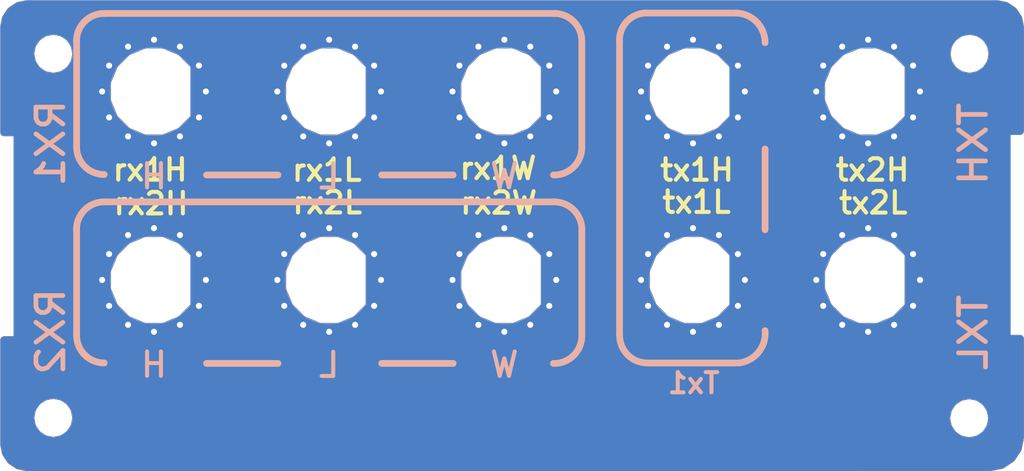
<source format=kicad_pcb>
(kicad_pcb (version 4) (host pcbnew 4.0.7)

  (general
    (links 119)
    (no_connects 0)
    (area 25.619999 92.929999 101.630001 127.950001)
    (thickness 1.6)
    (drawings 265)
    (tracks 0)
    (zones 0)
    (modules 11)
    (nets 2)
  )

  (page A4)
  (layers
    (0 F.Cu signal hide)
    (31 B.Cu signal hide)
    (32 B.Adhes user hide)
    (33 F.Adhes user hide)
    (34 B.Paste user hide)
    (35 F.Paste user hide)
    (36 B.SilkS user)
    (37 F.SilkS user)
    (38 B.Mask user hide)
    (39 F.Mask user hide)
    (40 Dwgs.User user hide)
    (41 Cmts.User user hide)
    (42 Eco1.User user hide)
    (43 Eco2.User user hide)
    (44 Edge.Cuts user)
    (45 Margin user hide)
    (46 B.CrtYd user hide)
    (47 F.CrtYd user hide)
    (48 B.Fab user hide)
    (49 F.Fab user hide)
  )

  (setup
    (last_trace_width 0.25)
    (trace_clearance 0.2)
    (zone_clearance 0)
    (zone_45_only yes)
    (trace_min 0.2)
    (segment_width 0.5)
    (edge_width 0.02)
    (via_size 0.8)
    (via_drill 0.4)
    (via_min_size 0.4)
    (via_min_drill 0.3)
    (uvia_size 0.3)
    (uvia_drill 0.1)
    (uvias_allowed no)
    (uvia_min_size 0.2)
    (uvia_min_drill 0.1)
    (pcb_text_width 0.3)
    (pcb_text_size 1.5 1.5)
    (mod_edge_width 0.15)
    (mod_text_size 1 1)
    (mod_text_width 0.15)
    (pad_size 0.8 0.8)
    (pad_drill 0.45)
    (pad_to_mask_clearance 0)
    (aux_axis_origin 25.6 92.9)
    (grid_origin 25.6 92.9)
    (visible_elements 7FFC3601)
    (pcbplotparams
      (layerselection 0x010f0_ffffffff)
      (usegerberextensions true)
      (excludeedgelayer true)
      (linewidth 0.150000)
      (plotframeref false)
      (viasonmask false)
      (mode 1)
      (useauxorigin true)
      (hpglpennumber 1)
      (hpglpenspeed 20)
      (hpglpendiameter 15)
      (hpglpenoverlay 2)
      (psnegative false)
      (psa4output false)
      (plotreference false)
      (plotvalue false)
      (plotinvisibletext false)
      (padsonsilk false)
      (subtractmaskfromsilk true)
      (outputformat 1)
      (mirror false)
      (drillshape 0)
      (scaleselection 1)
      (outputdirectory ../_Gerber/20170612_front_panel/))
  )

  (net 0 "")
  (net 1 GND)

  (net_class Default "This is the default net class."
    (clearance 0.2)
    (trace_width 0.25)
    (via_dia 0.8)
    (via_drill 0.4)
    (uvia_dia 0.3)
    (uvia_drill 0.1)
    (add_net GND)
  )

  (module Ohisja:SMA_test1 (layer B.Cu) (tedit 57E68727) (tstamp 57ABA1AE)
    (at 77.05 99.73 180)
    (fp_text reference REF** (at 0 -7.7 180) (layer Dwgs.User)
      (effects (font (size 1 1) (thickness 0.15)))
    )
    (fp_text value 2 (at 0 -6.7 180) (layer B.Fab)
      (effects (font (size 1 1) (thickness 0.15)) (justify mirror))
    )
    (fp_circle (center 0 0) (end 2.66 0) (layer B.Mask) (width 3))
    (fp_arc (start 0 0) (end -2.7 1.81) (angle -292.3265473) (layer Edge.Cuts) (width 0.02))
    (fp_circle (center 0 0) (end 6.25 0) (layer Dwgs.User) (width 0.15))
    (fp_line (start 0.2 -0.2) (end -0.2 0.2) (layer Dwgs.User) (width 0.15))
    (fp_line (start -0.2 -0.2) (end 0.2 0.2) (layer Dwgs.User) (width 0.15))
    (fp_line (start 4 -2.1) (end 4 2.1) (layer Dwgs.User) (width 0.15))
    (fp_line (start 0 -4.5) (end 4 -2.1) (layer Dwgs.User) (width 0.15))
    (fp_line (start -4 -2.1) (end 0 -4.5) (layer Dwgs.User) (width 0.15))
    (fp_line (start -4 2.1) (end -4 -2.1) (layer Dwgs.User) (width 0.15))
    (fp_line (start 0 4.5) (end -4 2.1) (layer Dwgs.User) (width 0.15))
    (fp_line (start 4 2.1) (end 0 4.5) (layer Dwgs.User) (width 0.15))
    (fp_line (start -2.7 1.81) (end -2.7 -1.81) (layer Edge.Cuts) (width 0.02))
    (fp_circle (center 0 0) (end 4.5 0) (layer Dwgs.User) (width 0.15))
    (fp_circle (center 0 0) (end 3.25 0) (layer Dwgs.User) (width 0.15))
    (fp_line (start -2.93 1.84) (end -2.93 -1.85) (layer B.Mask) (width 0.7))
    (fp_circle (center 0 0) (end 3.83 0) (layer B.Mask) (width 1.35))
    (fp_line (start -2.92 1.98) (end -2.92 -1.99) (layer F.Mask) (width 0.7))
    (fp_circle (center 0 0) (end 3.83 0) (layer F.Mask) (width 1.35))
    (fp_circle (center 0 0) (end 2.66 0) (layer F.Mask) (width 3))
    (pad 1 thru_hole circle (at 3.85 0 270) (size 0.8 0.8) (drill 0.45) (layers *.Cu)
      (net 1 GND))
    (pad 1 thru_hole circle (at 3.334198 1.925 240) (size 0.8 0.8) (drill 0.45) (layers *.Cu)
      (net 1 GND))
    (pad 1 thru_hole circle (at 1.925 3.334198 210) (size 0.8 0.8) (drill 0.45) (layers *.Cu)
      (net 1 GND))
    (pad 1 thru_hole circle (at 0 3.85 180) (size 0.8 0.8) (drill 0.45) (layers *.Cu)
      (net 1 GND))
    (pad 1 thru_hole circle (at -1.925 3.334198 150) (size 0.8 0.8) (drill 0.45) (layers *.Cu)
      (net 1 GND))
    (pad 1 thru_hole circle (at -3.334198 1.925 120) (size 0.8 0.8) (drill 0.45) (layers *.Cu)
      (net 1 GND))
    (pad 1 thru_hole circle (at -3.85 0 90) (size 0.8 0.8) (drill 0.45) (layers *.Cu)
      (net 1 GND))
    (pad 1 thru_hole circle (at -3.334198 -1.925 60) (size 0.8 0.8) (drill 0.45) (layers *.Cu)
      (net 1 GND))
    (pad 1 thru_hole circle (at -1.925 -3.334198 30) (size 0.8 0.8) (drill 0.45) (layers *.Cu)
      (net 1 GND))
    (pad 1 thru_hole circle (at 0 -3.85) (size 0.8 0.8) (drill 0.45) (layers *.Cu)
      (net 1 GND))
    (pad 1 thru_hole circle (at 1.925 -3.334198 330) (size 0.8 0.8) (drill 0.45) (layers *.Cu)
      (net 1 GND))
    (pad 1 thru_hole circle (at 3.334198 -1.925 300) (size 0.8 0.8) (drill 0.45) (layers *.Cu)
      (net 1 GND))
    (model D:/Dropbox/Projekti/Ohisja/sma.wrl
      (at (xyz 0 -0.02559055118110237 -0.1377952755905512))
      (scale (xyz 0.3937 0.3937 0.3937))
      (rotate (xyz 0 0 0))
    )
  )

  (module Ohisja:SMA_test1 (layer B.Cu) (tedit 57E68727) (tstamp 57ABA22E)
    (at 90.05 113.73 180)
    (fp_text reference REF** (at 0 -7.7 180) (layer Dwgs.User)
      (effects (font (size 1 1) (thickness 0.15)))
    )
    (fp_text value 2 (at 0 -6.7 180) (layer B.Fab)
      (effects (font (size 1 1) (thickness 0.15)) (justify mirror))
    )
    (fp_circle (center 0 0) (end 2.66 0) (layer B.Mask) (width 3))
    (fp_arc (start 0 0) (end -2.7 1.81) (angle -292.3265473) (layer Edge.Cuts) (width 0.02))
    (fp_circle (center 0 0) (end 6.25 0) (layer Dwgs.User) (width 0.15))
    (fp_line (start 0.2 -0.2) (end -0.2 0.2) (layer Dwgs.User) (width 0.15))
    (fp_line (start -0.2 -0.2) (end 0.2 0.2) (layer Dwgs.User) (width 0.15))
    (fp_line (start 4 -2.1) (end 4 2.1) (layer Dwgs.User) (width 0.15))
    (fp_line (start 0 -4.5) (end 4 -2.1) (layer Dwgs.User) (width 0.15))
    (fp_line (start -4 -2.1) (end 0 -4.5) (layer Dwgs.User) (width 0.15))
    (fp_line (start -4 2.1) (end -4 -2.1) (layer Dwgs.User) (width 0.15))
    (fp_line (start 0 4.5) (end -4 2.1) (layer Dwgs.User) (width 0.15))
    (fp_line (start 4 2.1) (end 0 4.5) (layer Dwgs.User) (width 0.15))
    (fp_line (start -2.7 1.81) (end -2.7 -1.81) (layer Edge.Cuts) (width 0.02))
    (fp_circle (center 0 0) (end 4.5 0) (layer Dwgs.User) (width 0.15))
    (fp_circle (center 0 0) (end 3.25 0) (layer Dwgs.User) (width 0.15))
    (fp_line (start -2.93 1.84) (end -2.93 -1.85) (layer B.Mask) (width 0.7))
    (fp_circle (center 0 0) (end 3.83 0) (layer B.Mask) (width 1.35))
    (fp_line (start -2.92 1.98) (end -2.92 -1.99) (layer F.Mask) (width 0.7))
    (fp_circle (center 0 0) (end 3.83 0) (layer F.Mask) (width 1.35))
    (fp_circle (center 0 0) (end 2.66 0) (layer F.Mask) (width 3))
    (pad 1 thru_hole circle (at 3.85 0 270) (size 0.8 0.8) (drill 0.45) (layers *.Cu)
      (net 1 GND))
    (pad 1 thru_hole circle (at 3.334198 1.925 240) (size 0.8 0.8) (drill 0.45) (layers *.Cu)
      (net 1 GND))
    (pad 1 thru_hole circle (at 1.925 3.334198 210) (size 0.8 0.8) (drill 0.45) (layers *.Cu)
      (net 1 GND))
    (pad 1 thru_hole circle (at 0 3.85 180) (size 0.8 0.8) (drill 0.45) (layers *.Cu)
      (net 1 GND))
    (pad 1 thru_hole circle (at -1.925 3.334198 150) (size 0.8 0.8) (drill 0.45) (layers *.Cu)
      (net 1 GND))
    (pad 1 thru_hole circle (at -3.334198 1.925 120) (size 0.8 0.8) (drill 0.45) (layers *.Cu)
      (net 1 GND))
    (pad 1 thru_hole circle (at -3.85 0 90) (size 0.8 0.8) (drill 0.45) (layers *.Cu)
      (net 1 GND))
    (pad 1 thru_hole circle (at -3.334198 -1.925 60) (size 0.8 0.8) (drill 0.45) (layers *.Cu)
      (net 1 GND))
    (pad 1 thru_hole circle (at -1.925 -3.334198 30) (size 0.8 0.8) (drill 0.45) (layers *.Cu)
      (net 1 GND))
    (pad 1 thru_hole circle (at 0 -3.85) (size 0.8 0.8) (drill 0.45) (layers *.Cu)
      (net 1 GND))
    (pad 1 thru_hole circle (at 1.925 -3.334198 330) (size 0.8 0.8) (drill 0.45) (layers *.Cu)
      (net 1 GND))
    (pad 1 thru_hole circle (at 3.334198 -1.925 300) (size 0.8 0.8) (drill 0.45) (layers *.Cu)
      (net 1 GND))
    (model D:/Dropbox/Projekti/Ohisja/sma.wrl
      (at (xyz 0 -0.02559055118110237 -0.1377952755905512))
      (scale (xyz 0.3937 0.3937 0.3937))
      (rotate (xyz 0 0 0))
    )
  )

  (module Ohisja:SMA_test1 (layer B.Cu) (tedit 57E68727) (tstamp 57ABA20C)
    (at 77.05 113.73 180)
    (fp_text reference REF** (at 0 -7.7 180) (layer Dwgs.User)
      (effects (font (size 1 1) (thickness 0.15)))
    )
    (fp_text value 2 (at 0 -6.7 180) (layer B.Fab)
      (effects (font (size 1 1) (thickness 0.15)) (justify mirror))
    )
    (fp_circle (center 0 0) (end 2.66 0) (layer B.Mask) (width 3))
    (fp_arc (start 0 0) (end -2.7 1.81) (angle -292.3265473) (layer Edge.Cuts) (width 0.02))
    (fp_circle (center 0 0) (end 6.25 0) (layer Dwgs.User) (width 0.15))
    (fp_line (start 0.2 -0.2) (end -0.2 0.2) (layer Dwgs.User) (width 0.15))
    (fp_line (start -0.2 -0.2) (end 0.2 0.2) (layer Dwgs.User) (width 0.15))
    (fp_line (start 4 -2.1) (end 4 2.1) (layer Dwgs.User) (width 0.15))
    (fp_line (start 0 -4.5) (end 4 -2.1) (layer Dwgs.User) (width 0.15))
    (fp_line (start -4 -2.1) (end 0 -4.5) (layer Dwgs.User) (width 0.15))
    (fp_line (start -4 2.1) (end -4 -2.1) (layer Dwgs.User) (width 0.15))
    (fp_line (start 0 4.5) (end -4 2.1) (layer Dwgs.User) (width 0.15))
    (fp_line (start 4 2.1) (end 0 4.5) (layer Dwgs.User) (width 0.15))
    (fp_line (start -2.7 1.81) (end -2.7 -1.81) (layer Edge.Cuts) (width 0.02))
    (fp_circle (center 0 0) (end 4.5 0) (layer Dwgs.User) (width 0.15))
    (fp_circle (center 0 0) (end 3.25 0) (layer Dwgs.User) (width 0.15))
    (fp_line (start -2.93 1.84) (end -2.93 -1.85) (layer B.Mask) (width 0.7))
    (fp_circle (center 0 0) (end 3.83 0) (layer B.Mask) (width 1.35))
    (fp_line (start -2.92 1.98) (end -2.92 -1.99) (layer F.Mask) (width 0.7))
    (fp_circle (center 0 0) (end 3.83 0) (layer F.Mask) (width 1.35))
    (fp_circle (center 0 0) (end 2.66 0) (layer F.Mask) (width 3))
    (pad 1 thru_hole circle (at 3.85 0 270) (size 0.8 0.8) (drill 0.45) (layers *.Cu)
      (net 1 GND))
    (pad 1 thru_hole circle (at 3.334198 1.925 240) (size 0.8 0.8) (drill 0.45) (layers *.Cu)
      (net 1 GND))
    (pad 1 thru_hole circle (at 1.925 3.334198 210) (size 0.8 0.8) (drill 0.45) (layers *.Cu)
      (net 1 GND))
    (pad 1 thru_hole circle (at 0 3.85 180) (size 0.8 0.8) (drill 0.45) (layers *.Cu)
      (net 1 GND))
    (pad 1 thru_hole circle (at -1.925 3.334198 150) (size 0.8 0.8) (drill 0.45) (layers *.Cu)
      (net 1 GND))
    (pad 1 thru_hole circle (at -3.334198 1.925 120) (size 0.8 0.8) (drill 0.45) (layers *.Cu)
      (net 1 GND))
    (pad 1 thru_hole circle (at -3.85 0 90) (size 0.8 0.8) (drill 0.45) (layers *.Cu)
      (net 1 GND))
    (pad 1 thru_hole circle (at -3.334198 -1.925 60) (size 0.8 0.8) (drill 0.45) (layers *.Cu)
      (net 1 GND))
    (pad 1 thru_hole circle (at -1.925 -3.334198 30) (size 0.8 0.8) (drill 0.45) (layers *.Cu)
      (net 1 GND))
    (pad 1 thru_hole circle (at 0 -3.85) (size 0.8 0.8) (drill 0.45) (layers *.Cu)
      (net 1 GND))
    (pad 1 thru_hole circle (at 1.925 -3.334198 330) (size 0.8 0.8) (drill 0.45) (layers *.Cu)
      (net 1 GND))
    (pad 1 thru_hole circle (at 3.334198 -1.925 300) (size 0.8 0.8) (drill 0.45) (layers *.Cu)
      (net 1 GND))
    (model D:/Dropbox/Projekti/Ohisja/sma.wrl
      (at (xyz 0 -0.02559055118110237 -0.1377952755905512))
      (scale (xyz 0.3937 0.3937 0.3937))
      (rotate (xyz 0 0 0))
    )
  )

  (module Ohisja:SMA_test1 (layer B.Cu) (tedit 57E68727) (tstamp 57ABA1EA)
    (at 90.05 99.73 180)
    (fp_text reference REF** (at 0 -7.7 180) (layer Dwgs.User)
      (effects (font (size 1 1) (thickness 0.15)))
    )
    (fp_text value 2 (at 0 -6.7 180) (layer B.Fab)
      (effects (font (size 1 1) (thickness 0.15)) (justify mirror))
    )
    (fp_circle (center 0 0) (end 2.66 0) (layer B.Mask) (width 3))
    (fp_arc (start 0 0) (end -2.7 1.81) (angle -292.3265473) (layer Edge.Cuts) (width 0.02))
    (fp_circle (center 0 0) (end 6.25 0) (layer Dwgs.User) (width 0.15))
    (fp_line (start 0.2 -0.2) (end -0.2 0.2) (layer Dwgs.User) (width 0.15))
    (fp_line (start -0.2 -0.2) (end 0.2 0.2) (layer Dwgs.User) (width 0.15))
    (fp_line (start 4 -2.1) (end 4 2.1) (layer Dwgs.User) (width 0.15))
    (fp_line (start 0 -4.5) (end 4 -2.1) (layer Dwgs.User) (width 0.15))
    (fp_line (start -4 -2.1) (end 0 -4.5) (layer Dwgs.User) (width 0.15))
    (fp_line (start -4 2.1) (end -4 -2.1) (layer Dwgs.User) (width 0.15))
    (fp_line (start 0 4.5) (end -4 2.1) (layer Dwgs.User) (width 0.15))
    (fp_line (start 4 2.1) (end 0 4.5) (layer Dwgs.User) (width 0.15))
    (fp_line (start -2.7 1.81) (end -2.7 -1.81) (layer Edge.Cuts) (width 0.02))
    (fp_circle (center 0 0) (end 4.5 0) (layer Dwgs.User) (width 0.15))
    (fp_circle (center 0 0) (end 3.25 0) (layer Dwgs.User) (width 0.15))
    (fp_line (start -2.93 1.84) (end -2.93 -1.85) (layer B.Mask) (width 0.7))
    (fp_circle (center 0 0) (end 3.83 0) (layer B.Mask) (width 1.35))
    (fp_line (start -2.92 1.98) (end -2.92 -1.99) (layer F.Mask) (width 0.7))
    (fp_circle (center 0 0) (end 3.83 0) (layer F.Mask) (width 1.35))
    (fp_circle (center 0 0) (end 2.66 0) (layer F.Mask) (width 3))
    (pad 1 thru_hole circle (at 3.85 0 270) (size 0.8 0.8) (drill 0.45) (layers *.Cu)
      (net 1 GND))
    (pad 1 thru_hole circle (at 3.334198 1.925 240) (size 0.8 0.8) (drill 0.45) (layers *.Cu)
      (net 1 GND))
    (pad 1 thru_hole circle (at 1.925 3.334198 210) (size 0.8 0.8) (drill 0.45) (layers *.Cu)
      (net 1 GND))
    (pad 1 thru_hole circle (at 0 3.85 180) (size 0.8 0.8) (drill 0.45) (layers *.Cu)
      (net 1 GND))
    (pad 1 thru_hole circle (at -1.925 3.334198 150) (size 0.8 0.8) (drill 0.45) (layers *.Cu)
      (net 1 GND))
    (pad 1 thru_hole circle (at -3.334198 1.925 120) (size 0.8 0.8) (drill 0.45) (layers *.Cu)
      (net 1 GND))
    (pad 1 thru_hole circle (at -3.85 0 90) (size 0.8 0.8) (drill 0.45) (layers *.Cu)
      (net 1 GND))
    (pad 1 thru_hole circle (at -3.334198 -1.925 60) (size 0.8 0.8) (drill 0.45) (layers *.Cu)
      (net 1 GND))
    (pad 1 thru_hole circle (at -1.925 -3.334198 30) (size 0.8 0.8) (drill 0.45) (layers *.Cu)
      (net 1 GND))
    (pad 1 thru_hole circle (at 0 -3.85) (size 0.8 0.8) (drill 0.45) (layers *.Cu)
      (net 1 GND))
    (pad 1 thru_hole circle (at 1.925 -3.334198 330) (size 0.8 0.8) (drill 0.45) (layers *.Cu)
      (net 1 GND))
    (pad 1 thru_hole circle (at 3.334198 -1.925 300) (size 0.8 0.8) (drill 0.45) (layers *.Cu)
      (net 1 GND))
    (model D:/Dropbox/Projekti/Ohisja/sma.wrl
      (at (xyz 0 -0.02559055118110237 -0.1377952755905512))
      (scale (xyz 0.3937 0.3937 0.3937))
      (rotate (xyz 0 0 0))
    )
  )

  (module Ohisja:SMA_test1 (layer B.Cu) (tedit 57E68727) (tstamp 57AB9FF5)
    (at 63.05 113.73 180)
    (fp_text reference REF** (at 0 -7.7 180) (layer Dwgs.User)
      (effects (font (size 1 1) (thickness 0.15)))
    )
    (fp_text value 2 (at 0 -6.7 180) (layer B.Fab)
      (effects (font (size 1 1) (thickness 0.15)) (justify mirror))
    )
    (fp_circle (center 0 0) (end 2.66 0) (layer B.Mask) (width 3))
    (fp_arc (start 0 0) (end -2.7 1.81) (angle -292.3265473) (layer Edge.Cuts) (width 0.02))
    (fp_circle (center 0 0) (end 6.25 0) (layer Dwgs.User) (width 0.15))
    (fp_line (start 0.2 -0.2) (end -0.2 0.2) (layer Dwgs.User) (width 0.15))
    (fp_line (start -0.2 -0.2) (end 0.2 0.2) (layer Dwgs.User) (width 0.15))
    (fp_line (start 4 -2.1) (end 4 2.1) (layer Dwgs.User) (width 0.15))
    (fp_line (start 0 -4.5) (end 4 -2.1) (layer Dwgs.User) (width 0.15))
    (fp_line (start -4 -2.1) (end 0 -4.5) (layer Dwgs.User) (width 0.15))
    (fp_line (start -4 2.1) (end -4 -2.1) (layer Dwgs.User) (width 0.15))
    (fp_line (start 0 4.5) (end -4 2.1) (layer Dwgs.User) (width 0.15))
    (fp_line (start 4 2.1) (end 0 4.5) (layer Dwgs.User) (width 0.15))
    (fp_line (start -2.7 1.81) (end -2.7 -1.81) (layer Edge.Cuts) (width 0.02))
    (fp_circle (center 0 0) (end 4.5 0) (layer Dwgs.User) (width 0.15))
    (fp_circle (center 0 0) (end 3.25 0) (layer Dwgs.User) (width 0.15))
    (fp_line (start -2.93 1.84) (end -2.93 -1.85) (layer B.Mask) (width 0.7))
    (fp_circle (center 0 0) (end 3.83 0) (layer B.Mask) (width 1.35))
    (fp_line (start -2.92 1.98) (end -2.92 -1.99) (layer F.Mask) (width 0.7))
    (fp_circle (center 0 0) (end 3.83 0) (layer F.Mask) (width 1.35))
    (fp_circle (center 0 0) (end 2.66 0) (layer F.Mask) (width 3))
    (pad 1 thru_hole circle (at 3.85 0 270) (size 0.8 0.8) (drill 0.45) (layers *.Cu)
      (net 1 GND))
    (pad 1 thru_hole circle (at 3.334198 1.925 240) (size 0.8 0.8) (drill 0.45) (layers *.Cu)
      (net 1 GND))
    (pad 1 thru_hole circle (at 1.925 3.334198 210) (size 0.8 0.8) (drill 0.45) (layers *.Cu)
      (net 1 GND))
    (pad 1 thru_hole circle (at 0 3.85 180) (size 0.8 0.8) (drill 0.45) (layers *.Cu)
      (net 1 GND))
    (pad 1 thru_hole circle (at -1.925 3.334198 150) (size 0.8 0.8) (drill 0.45) (layers *.Cu)
      (net 1 GND))
    (pad 1 thru_hole circle (at -3.334198 1.925 120) (size 0.8 0.8) (drill 0.45) (layers *.Cu)
      (net 1 GND))
    (pad 1 thru_hole circle (at -3.85 0 90) (size 0.8 0.8) (drill 0.45) (layers *.Cu)
      (net 1 GND))
    (pad 1 thru_hole circle (at -3.334198 -1.925 60) (size 0.8 0.8) (drill 0.45) (layers *.Cu)
      (net 1 GND))
    (pad 1 thru_hole circle (at -1.925 -3.334198 30) (size 0.8 0.8) (drill 0.45) (layers *.Cu)
      (net 1 GND))
    (pad 1 thru_hole circle (at 0 -3.85) (size 0.8 0.8) (drill 0.45) (layers *.Cu)
      (net 1 GND))
    (pad 1 thru_hole circle (at 1.925 -3.334198 330) (size 0.8 0.8) (drill 0.45) (layers *.Cu)
      (net 1 GND))
    (pad 1 thru_hole circle (at 3.334198 -1.925 300) (size 0.8 0.8) (drill 0.45) (layers *.Cu)
      (net 1 GND))
    (model D:/Dropbox/Projekti/Ohisja/sma.wrl
      (at (xyz 0 -0.02559055118110237 -0.1377952755905512))
      (scale (xyz 0.3937 0.3937 0.3937))
      (rotate (xyz 0 0 0))
    )
  )

  (module Ohisja:SMA_test1 (layer B.Cu) (tedit 57E68727) (tstamp 57AB9FD3)
    (at 50.05 113.73 180)
    (fp_text reference REF** (at 0 -7.7 180) (layer Dwgs.User)
      (effects (font (size 1 1) (thickness 0.15)))
    )
    (fp_text value 2 (at 0 -6.7 180) (layer B.Fab)
      (effects (font (size 1 1) (thickness 0.15)) (justify mirror))
    )
    (fp_circle (center 0 0) (end 2.66 0) (layer B.Mask) (width 3))
    (fp_arc (start 0 0) (end -2.7 1.81) (angle -292.3265473) (layer Edge.Cuts) (width 0.02))
    (fp_circle (center 0 0) (end 6.25 0) (layer Dwgs.User) (width 0.15))
    (fp_line (start 0.2 -0.2) (end -0.2 0.2) (layer Dwgs.User) (width 0.15))
    (fp_line (start -0.2 -0.2) (end 0.2 0.2) (layer Dwgs.User) (width 0.15))
    (fp_line (start 4 -2.1) (end 4 2.1) (layer Dwgs.User) (width 0.15))
    (fp_line (start 0 -4.5) (end 4 -2.1) (layer Dwgs.User) (width 0.15))
    (fp_line (start -4 -2.1) (end 0 -4.5) (layer Dwgs.User) (width 0.15))
    (fp_line (start -4 2.1) (end -4 -2.1) (layer Dwgs.User) (width 0.15))
    (fp_line (start 0 4.5) (end -4 2.1) (layer Dwgs.User) (width 0.15))
    (fp_line (start 4 2.1) (end 0 4.5) (layer Dwgs.User) (width 0.15))
    (fp_line (start -2.7 1.81) (end -2.7 -1.81) (layer Edge.Cuts) (width 0.02))
    (fp_circle (center 0 0) (end 4.5 0) (layer Dwgs.User) (width 0.15))
    (fp_circle (center 0 0) (end 3.25 0) (layer Dwgs.User) (width 0.15))
    (fp_line (start -2.93 1.84) (end -2.93 -1.85) (layer B.Mask) (width 0.7))
    (fp_circle (center 0 0) (end 3.83 0) (layer B.Mask) (width 1.35))
    (fp_line (start -2.92 1.98) (end -2.92 -1.99) (layer F.Mask) (width 0.7))
    (fp_circle (center 0 0) (end 3.83 0) (layer F.Mask) (width 1.35))
    (fp_circle (center 0 0) (end 2.66 0) (layer F.Mask) (width 3))
    (pad 1 thru_hole circle (at 3.85 0 270) (size 0.8 0.8) (drill 0.45) (layers *.Cu)
      (net 1 GND))
    (pad 1 thru_hole circle (at 3.334198 1.925 240) (size 0.8 0.8) (drill 0.45) (layers *.Cu)
      (net 1 GND))
    (pad 1 thru_hole circle (at 1.925 3.334198 210) (size 0.8 0.8) (drill 0.45) (layers *.Cu)
      (net 1 GND))
    (pad 1 thru_hole circle (at 0 3.85 180) (size 0.8 0.8) (drill 0.45) (layers *.Cu)
      (net 1 GND))
    (pad 1 thru_hole circle (at -1.925 3.334198 150) (size 0.8 0.8) (drill 0.45) (layers *.Cu)
      (net 1 GND))
    (pad 1 thru_hole circle (at -3.334198 1.925 120) (size 0.8 0.8) (drill 0.45) (layers *.Cu)
      (net 1 GND))
    (pad 1 thru_hole circle (at -3.85 0 90) (size 0.8 0.8) (drill 0.45) (layers *.Cu)
      (net 1 GND))
    (pad 1 thru_hole circle (at -3.334198 -1.925 60) (size 0.8 0.8) (drill 0.45) (layers *.Cu)
      (net 1 GND))
    (pad 1 thru_hole circle (at -1.925 -3.334198 30) (size 0.8 0.8) (drill 0.45) (layers *.Cu)
      (net 1 GND))
    (pad 1 thru_hole circle (at 0 -3.85) (size 0.8 0.8) (drill 0.45) (layers *.Cu)
      (net 1 GND))
    (pad 1 thru_hole circle (at 1.925 -3.334198 330) (size 0.8 0.8) (drill 0.45) (layers *.Cu)
      (net 1 GND))
    (pad 1 thru_hole circle (at 3.334198 -1.925 300) (size 0.8 0.8) (drill 0.45) (layers *.Cu)
      (net 1 GND))
    (model D:/Dropbox/Projekti/Ohisja/sma.wrl
      (at (xyz 0 -0.02559055118110237 -0.1377952755905512))
      (scale (xyz 0.3937 0.3937 0.3937))
      (rotate (xyz 0 0 0))
    )
  )

  (module Ohisja:SMA_test1 (layer B.Cu) (tedit 57E68727) (tstamp 57AB9FB1)
    (at 37.05 113.73 180)
    (fp_text reference REF** (at 0 -7.7 180) (layer Dwgs.User)
      (effects (font (size 1 1) (thickness 0.15)))
    )
    (fp_text value 2 (at 0 -6.7 180) (layer B.Fab)
      (effects (font (size 1 1) (thickness 0.15)) (justify mirror))
    )
    (fp_circle (center 0 0) (end 2.66 0) (layer B.Mask) (width 3))
    (fp_arc (start 0 0) (end -2.7 1.81) (angle -292.3265473) (layer Edge.Cuts) (width 0.02))
    (fp_circle (center 0 0) (end 6.25 0) (layer Dwgs.User) (width 0.15))
    (fp_line (start 0.2 -0.2) (end -0.2 0.2) (layer Dwgs.User) (width 0.15))
    (fp_line (start -0.2 -0.2) (end 0.2 0.2) (layer Dwgs.User) (width 0.15))
    (fp_line (start 4 -2.1) (end 4 2.1) (layer Dwgs.User) (width 0.15))
    (fp_line (start 0 -4.5) (end 4 -2.1) (layer Dwgs.User) (width 0.15))
    (fp_line (start -4 -2.1) (end 0 -4.5) (layer Dwgs.User) (width 0.15))
    (fp_line (start -4 2.1) (end -4 -2.1) (layer Dwgs.User) (width 0.15))
    (fp_line (start 0 4.5) (end -4 2.1) (layer Dwgs.User) (width 0.15))
    (fp_line (start 4 2.1) (end 0 4.5) (layer Dwgs.User) (width 0.15))
    (fp_line (start -2.7 1.81) (end -2.7 -1.81) (layer Edge.Cuts) (width 0.02))
    (fp_circle (center 0 0) (end 4.5 0) (layer Dwgs.User) (width 0.15))
    (fp_circle (center 0 0) (end 3.25 0) (layer Dwgs.User) (width 0.15))
    (fp_line (start -2.93 1.84) (end -2.93 -1.85) (layer B.Mask) (width 0.7))
    (fp_circle (center 0 0) (end 3.83 0) (layer B.Mask) (width 1.35))
    (fp_line (start -2.92 1.98) (end -2.92 -1.99) (layer F.Mask) (width 0.7))
    (fp_circle (center 0 0) (end 3.83 0) (layer F.Mask) (width 1.35))
    (fp_circle (center 0 0) (end 2.66 0) (layer F.Mask) (width 3))
    (pad 1 thru_hole circle (at 3.85 0 270) (size 0.8 0.8) (drill 0.45) (layers *.Cu)
      (net 1 GND))
    (pad 1 thru_hole circle (at 3.334198 1.925 240) (size 0.8 0.8) (drill 0.45) (layers *.Cu)
      (net 1 GND))
    (pad 1 thru_hole circle (at 1.925 3.334198 210) (size 0.8 0.8) (drill 0.45) (layers *.Cu)
      (net 1 GND))
    (pad 1 thru_hole circle (at 0 3.85 180) (size 0.8 0.8) (drill 0.45) (layers *.Cu)
      (net 1 GND))
    (pad 1 thru_hole circle (at -1.925 3.334198 150) (size 0.8 0.8) (drill 0.45) (layers *.Cu)
      (net 1 GND))
    (pad 1 thru_hole circle (at -3.334198 1.925 120) (size 0.8 0.8) (drill 0.45) (layers *.Cu)
      (net 1 GND))
    (pad 1 thru_hole circle (at -3.85 0 90) (size 0.8 0.8) (drill 0.45) (layers *.Cu)
      (net 1 GND))
    (pad 1 thru_hole circle (at -3.334198 -1.925 60) (size 0.8 0.8) (drill 0.45) (layers *.Cu)
      (net 1 GND))
    (pad 1 thru_hole circle (at -1.925 -3.334198 30) (size 0.8 0.8) (drill 0.45) (layers *.Cu)
      (net 1 GND))
    (pad 1 thru_hole circle (at 0 -3.85) (size 0.8 0.8) (drill 0.45) (layers *.Cu)
      (net 1 GND))
    (pad 1 thru_hole circle (at 1.925 -3.334198 330) (size 0.8 0.8) (drill 0.45) (layers *.Cu)
      (net 1 GND))
    (pad 1 thru_hole circle (at 3.334198 -1.925 300) (size 0.8 0.8) (drill 0.45) (layers *.Cu)
      (net 1 GND))
    (model D:/Dropbox/Projekti/Ohisja/sma.wrl
      (at (xyz 0 -0.02559055118110237 -0.1377952755905512))
      (scale (xyz 0.3937 0.3937 0.3937))
      (rotate (xyz 0 0 0))
    )
  )

  (module Ohisja:SMA_test1 (layer B.Cu) (tedit 57E68727) (tstamp 57AB9F8F)
    (at 63.05 99.73 180)
    (fp_text reference REF** (at 0 -7.7 180) (layer Dwgs.User)
      (effects (font (size 1 1) (thickness 0.15)))
    )
    (fp_text value 2 (at 0 -6.7 180) (layer B.Fab)
      (effects (font (size 1 1) (thickness 0.15)) (justify mirror))
    )
    (fp_circle (center 0 0) (end 2.66 0) (layer B.Mask) (width 3))
    (fp_arc (start 0 0) (end -2.7 1.81) (angle -292.3265473) (layer Edge.Cuts) (width 0.02))
    (fp_circle (center 0 0) (end 6.25 0) (layer Dwgs.User) (width 0.15))
    (fp_line (start 0.2 -0.2) (end -0.2 0.2) (layer Dwgs.User) (width 0.15))
    (fp_line (start -0.2 -0.2) (end 0.2 0.2) (layer Dwgs.User) (width 0.15))
    (fp_line (start 4 -2.1) (end 4 2.1) (layer Dwgs.User) (width 0.15))
    (fp_line (start 0 -4.5) (end 4 -2.1) (layer Dwgs.User) (width 0.15))
    (fp_line (start -4 -2.1) (end 0 -4.5) (layer Dwgs.User) (width 0.15))
    (fp_line (start -4 2.1) (end -4 -2.1) (layer Dwgs.User) (width 0.15))
    (fp_line (start 0 4.5) (end -4 2.1) (layer Dwgs.User) (width 0.15))
    (fp_line (start 4 2.1) (end 0 4.5) (layer Dwgs.User) (width 0.15))
    (fp_line (start -2.7 1.81) (end -2.7 -1.81) (layer Edge.Cuts) (width 0.02))
    (fp_circle (center 0 0) (end 4.5 0) (layer Dwgs.User) (width 0.15))
    (fp_circle (center 0 0) (end 3.25 0) (layer Dwgs.User) (width 0.15))
    (fp_line (start -2.93 1.84) (end -2.93 -1.85) (layer B.Mask) (width 0.7))
    (fp_circle (center 0 0) (end 3.83 0) (layer B.Mask) (width 1.35))
    (fp_line (start -2.92 1.98) (end -2.92 -1.99) (layer F.Mask) (width 0.7))
    (fp_circle (center 0 0) (end 3.83 0) (layer F.Mask) (width 1.35))
    (fp_circle (center 0 0) (end 2.66 0) (layer F.Mask) (width 3))
    (pad 1 thru_hole circle (at 3.85 0 270) (size 0.8 0.8) (drill 0.45) (layers *.Cu)
      (net 1 GND))
    (pad 1 thru_hole circle (at 3.334198 1.925 240) (size 0.8 0.8) (drill 0.45) (layers *.Cu)
      (net 1 GND))
    (pad 1 thru_hole circle (at 1.925 3.334198 210) (size 0.8 0.8) (drill 0.45) (layers *.Cu)
      (net 1 GND))
    (pad 1 thru_hole circle (at 0 3.85 180) (size 0.8 0.8) (drill 0.45) (layers *.Cu)
      (net 1 GND))
    (pad 1 thru_hole circle (at -1.925 3.334198 150) (size 0.8 0.8) (drill 0.45) (layers *.Cu)
      (net 1 GND))
    (pad 1 thru_hole circle (at -3.334198 1.925 120) (size 0.8 0.8) (drill 0.45) (layers *.Cu)
      (net 1 GND))
    (pad 1 thru_hole circle (at -3.85 0 90) (size 0.8 0.8) (drill 0.45) (layers *.Cu)
      (net 1 GND))
    (pad 1 thru_hole circle (at -3.334198 -1.925 60) (size 0.8 0.8) (drill 0.45) (layers *.Cu)
      (net 1 GND))
    (pad 1 thru_hole circle (at -1.925 -3.334198 30) (size 0.8 0.8) (drill 0.45) (layers *.Cu)
      (net 1 GND))
    (pad 1 thru_hole circle (at 0 -3.85) (size 0.8 0.8) (drill 0.45) (layers *.Cu)
      (net 1 GND))
    (pad 1 thru_hole circle (at 1.925 -3.334198 330) (size 0.8 0.8) (drill 0.45) (layers *.Cu)
      (net 1 GND))
    (pad 1 thru_hole circle (at 3.334198 -1.925 300) (size 0.8 0.8) (drill 0.45) (layers *.Cu)
      (net 1 GND))
    (model D:/Dropbox/Projekti/Ohisja/sma.wrl
      (at (xyz 0 -0.02559055118110237 -0.1377952755905512))
      (scale (xyz 0.3937 0.3937 0.3937))
      (rotate (xyz 0 0 0))
    )
  )

  (module Ohisja:SMA_test1 (layer B.Cu) (tedit 57E68727) (tstamp 57AB9F6D)
    (at 50.05 99.73 180)
    (fp_text reference REF** (at 0 -7.7 180) (layer Dwgs.User)
      (effects (font (size 1 1) (thickness 0.15)))
    )
    (fp_text value 2 (at 0 -6.7 180) (layer B.Fab)
      (effects (font (size 1 1) (thickness 0.15)) (justify mirror))
    )
    (fp_circle (center 0 0) (end 2.66 0) (layer B.Mask) (width 3))
    (fp_arc (start 0 0) (end -2.7 1.81) (angle -292.3265473) (layer Edge.Cuts) (width 0.02))
    (fp_circle (center 0 0) (end 6.25 0) (layer Dwgs.User) (width 0.15))
    (fp_line (start 0.2 -0.2) (end -0.2 0.2) (layer Dwgs.User) (width 0.15))
    (fp_line (start -0.2 -0.2) (end 0.2 0.2) (layer Dwgs.User) (width 0.15))
    (fp_line (start 4 -2.1) (end 4 2.1) (layer Dwgs.User) (width 0.15))
    (fp_line (start 0 -4.5) (end 4 -2.1) (layer Dwgs.User) (width 0.15))
    (fp_line (start -4 -2.1) (end 0 -4.5) (layer Dwgs.User) (width 0.15))
    (fp_line (start -4 2.1) (end -4 -2.1) (layer Dwgs.User) (width 0.15))
    (fp_line (start 0 4.5) (end -4 2.1) (layer Dwgs.User) (width 0.15))
    (fp_line (start 4 2.1) (end 0 4.5) (layer Dwgs.User) (width 0.15))
    (fp_line (start -2.7 1.81) (end -2.7 -1.81) (layer Edge.Cuts) (width 0.02))
    (fp_circle (center 0 0) (end 4.5 0) (layer Dwgs.User) (width 0.15))
    (fp_circle (center 0 0) (end 3.25 0) (layer Dwgs.User) (width 0.15))
    (fp_line (start -2.93 1.84) (end -2.93 -1.85) (layer B.Mask) (width 0.7))
    (fp_circle (center 0 0) (end 3.83 0) (layer B.Mask) (width 1.35))
    (fp_line (start -2.92 1.98) (end -2.92 -1.99) (layer F.Mask) (width 0.7))
    (fp_circle (center 0 0) (end 3.83 0) (layer F.Mask) (width 1.35))
    (fp_circle (center 0 0) (end 2.66 0) (layer F.Mask) (width 3))
    (pad 1 thru_hole circle (at 3.85 0 270) (size 0.8 0.8) (drill 0.45) (layers *.Cu)
      (net 1 GND))
    (pad 1 thru_hole circle (at 3.334198 1.925 240) (size 0.8 0.8) (drill 0.45) (layers *.Cu)
      (net 1 GND))
    (pad 1 thru_hole circle (at 1.925 3.334198 210) (size 0.8 0.8) (drill 0.45) (layers *.Cu)
      (net 1 GND))
    (pad 1 thru_hole circle (at 0 3.85 180) (size 0.8 0.8) (drill 0.45) (layers *.Cu)
      (net 1 GND))
    (pad 1 thru_hole circle (at -1.925 3.334198 150) (size 0.8 0.8) (drill 0.45) (layers *.Cu)
      (net 1 GND))
    (pad 1 thru_hole circle (at -3.334198 1.925 120) (size 0.8 0.8) (drill 0.45) (layers *.Cu)
      (net 1 GND))
    (pad 1 thru_hole circle (at -3.85 0 90) (size 0.8 0.8) (drill 0.45) (layers *.Cu)
      (net 1 GND))
    (pad 1 thru_hole circle (at -3.334198 -1.925 60) (size 0.8 0.8) (drill 0.45) (layers *.Cu)
      (net 1 GND))
    (pad 1 thru_hole circle (at -1.925 -3.334198 30) (size 0.8 0.8) (drill 0.45) (layers *.Cu)
      (net 1 GND))
    (pad 1 thru_hole circle (at 0 -3.85) (size 0.8 0.8) (drill 0.45) (layers *.Cu)
      (net 1 GND))
    (pad 1 thru_hole circle (at 1.925 -3.334198 330) (size 0.8 0.8) (drill 0.45) (layers *.Cu)
      (net 1 GND))
    (pad 1 thru_hole circle (at 3.334198 -1.925 300) (size 0.8 0.8) (drill 0.45) (layers *.Cu)
      (net 1 GND))
    (model D:/Dropbox/Projekti/Ohisja/sma.wrl
      (at (xyz 0 -0.02559055118110237 -0.1377952755905512))
      (scale (xyz 0.3937 0.3937 0.3937))
      (rotate (xyz 0 0 0))
    )
  )

  (module Ohisja:SMA_test1 (layer B.Cu) (tedit 57E68727) (tstamp 57AB9EC0)
    (at 37.05 99.73 180)
    (fp_text reference REF** (at 0 -7.7 180) (layer Dwgs.User)
      (effects (font (size 1 1) (thickness 0.15)))
    )
    (fp_text value 2 (at 0 -6.7 180) (layer B.Fab)
      (effects (font (size 1 1) (thickness 0.15)) (justify mirror))
    )
    (fp_circle (center 0 0) (end 2.66 0) (layer B.Mask) (width 3))
    (fp_arc (start 0 0) (end -2.7 1.81) (angle -292.3265473) (layer Edge.Cuts) (width 0.02))
    (fp_circle (center 0 0) (end 6.25 0) (layer Dwgs.User) (width 0.15))
    (fp_line (start 0.2 -0.2) (end -0.2 0.2) (layer Dwgs.User) (width 0.15))
    (fp_line (start -0.2 -0.2) (end 0.2 0.2) (layer Dwgs.User) (width 0.15))
    (fp_line (start 4 -2.1) (end 4 2.1) (layer Dwgs.User) (width 0.15))
    (fp_line (start 0 -4.5) (end 4 -2.1) (layer Dwgs.User) (width 0.15))
    (fp_line (start -4 -2.1) (end 0 -4.5) (layer Dwgs.User) (width 0.15))
    (fp_line (start -4 2.1) (end -4 -2.1) (layer Dwgs.User) (width 0.15))
    (fp_line (start 0 4.5) (end -4 2.1) (layer Dwgs.User) (width 0.15))
    (fp_line (start 4 2.1) (end 0 4.5) (layer Dwgs.User) (width 0.15))
    (fp_line (start -2.7 1.81) (end -2.7 -1.81) (layer Edge.Cuts) (width 0.02))
    (fp_circle (center 0 0) (end 4.5 0) (layer Dwgs.User) (width 0.15))
    (fp_circle (center 0 0) (end 3.25 0) (layer Dwgs.User) (width 0.15))
    (fp_line (start -2.93 1.84) (end -2.93 -1.85) (layer B.Mask) (width 0.7))
    (fp_circle (center 0 0) (end 3.83 0) (layer B.Mask) (width 1.35))
    (fp_line (start -2.92 1.98) (end -2.92 -1.99) (layer F.Mask) (width 0.7))
    (fp_circle (center 0 0) (end 3.83 0) (layer F.Mask) (width 1.35))
    (fp_circle (center 0 0) (end 2.66 0) (layer F.Mask) (width 3))
    (pad 1 thru_hole circle (at 3.85 0 270) (size 0.8 0.8) (drill 0.45) (layers *.Cu)
      (net 1 GND))
    (pad 1 thru_hole circle (at 3.334198 1.925 240) (size 0.8 0.8) (drill 0.45) (layers *.Cu)
      (net 1 GND))
    (pad 1 thru_hole circle (at 1.925 3.334198 210) (size 0.8 0.8) (drill 0.45) (layers *.Cu)
      (net 1 GND))
    (pad 1 thru_hole circle (at 0 3.85 180) (size 0.8 0.8) (drill 0.45) (layers *.Cu)
      (net 1 GND))
    (pad 1 thru_hole circle (at -1.925 3.334198 150) (size 0.8 0.8) (drill 0.45) (layers *.Cu)
      (net 1 GND))
    (pad 1 thru_hole circle (at -3.334198 1.925 120) (size 0.8 0.8) (drill 0.45) (layers *.Cu)
      (net 1 GND))
    (pad 1 thru_hole circle (at -3.85 0 90) (size 0.8 0.8) (drill 0.45) (layers *.Cu)
      (net 1 GND))
    (pad 1 thru_hole circle (at -3.334198 -1.925 60) (size 0.8 0.8) (drill 0.45) (layers *.Cu)
      (net 1 GND))
    (pad 1 thru_hole circle (at -1.925 -3.334198 30) (size 0.8 0.8) (drill 0.45) (layers *.Cu)
      (net 1 GND))
    (pad 1 thru_hole circle (at 0 -3.85) (size 0.8 0.8) (drill 0.45) (layers *.Cu)
      (net 1 GND))
    (pad 1 thru_hole circle (at 1.925 -3.334198 330) (size 0.8 0.8) (drill 0.45) (layers *.Cu)
      (net 1 GND))
    (pad 1 thru_hole circle (at 3.334198 -1.925 300) (size 0.8 0.8) (drill 0.45) (layers *.Cu)
      (net 1 GND))
    (model D:/Dropbox/Projekti/Ohisja/sma.wrl
      (at (xyz 0 -0.02559055118110237 -0.1377952755905512))
      (scale (xyz 0.3937 0.3937 0.3937))
      (rotate (xyz 0 0 0))
    )
  )

  (module Ohisja:Lime_logo (layer B.Cu) (tedit 0) (tstamp 57D417C1)
    (at 55.8 124.26)
    (fp_text reference G*** (at 0 0) (layer B.SilkS) hide
      (effects (font (thickness 0.3)) (justify mirror))
    )
    (fp_text value LOGO (at 0.75 0) (layer B.SilkS) hide
      (effects (font (thickness 0.3)) (justify mirror))
    )
    (fp_poly (pts (xy 0.945957 -1.508197) (xy 0.982519 -1.519661) (xy 1.023131 -1.546913) (xy 1.073568 -1.596618)
      (xy 1.139601 -1.675441) (xy 1.227003 -1.790047) (xy 1.341546 -1.947101) (xy 1.489005 -2.153268)
      (xy 1.583381 -2.286) (xy 1.731494 -2.495399) (xy 1.864803 -2.685609) (xy 1.977766 -2.848585)
      (xy 2.064847 -2.976282) (xy 2.120505 -3.060655) (xy 2.13923 -3.093357) (xy 2.123027 -3.121022)
      (xy 2.067141 -3.090645) (xy 1.97079 -3.001686) (xy 1.901192 -2.928592) (xy 1.726978 -2.739481)
      (xy 1.587731 -2.585778) (xy 1.468508 -2.450207) (xy 1.354369 -2.315488) (xy 1.230375 -2.164344)
      (xy 1.095232 -1.996531) (xy 0.978321 -1.847263) (xy 0.881011 -1.716509) (xy 0.81103 -1.615175)
      (xy 0.776107 -1.554169) (xy 0.773823 -1.542959) (xy 0.814691 -1.517775) (xy 0.897791 -1.505979)
      (xy 0.907674 -1.505857) (xy 0.945957 -1.508197)) (layer B.Mask) (width 0.01))
    (fp_poly (pts (xy -2.414828 3.029694) (xy -2.342616 2.962919) (xy -2.234055 2.842521) (xy -2.173854 2.771859)
      (xy -2.070789 2.649805) (xy -1.982798 2.546189) (xy -1.922028 2.475287) (xy -1.90366 2.454359)
      (xy -1.869525 2.414224) (xy -1.797317 2.327588) (xy -1.694991 2.204054) (xy -1.570505 2.053228)
      (xy -1.433575 1.886857) (xy -1.277906 1.699781) (xy -1.119419 1.513377) (xy -0.970984 1.3425)
      (xy -0.84547 1.202006) (xy -0.773486 1.124857) (xy -0.665038 1.013779) (xy -0.592913 0.947379)
      (xy -0.543215 0.917947) (xy -0.502046 0.917775) (xy -0.45551 0.939153) (xy -0.447103 0.9438)
      (xy -0.349671 1.021291) (xy -0.272321 1.13977) (xy -0.209494 1.310244) (xy -0.162927 1.506382)
      (xy -0.115809 1.740134) (xy -0.079962 1.912144) (xy -0.052598 2.031868) (xy -0.030931 2.108762)
      (xy -0.012172 2.15228) (xy 0.006466 2.171877) (xy 0.027769 2.17701) (xy 0.034807 2.177143)
      (xy 0.063057 2.165044) (xy 0.08558 2.121138) (xy 0.105379 2.034012) (xy 0.125457 1.892254)
      (xy 0.137869 1.7854) (xy 0.156189 1.607522) (xy 0.170769 1.441043) (xy 0.179748 1.308659)
      (xy 0.181706 1.250185) (xy 0.199496 1.091541) (xy 0.246577 0.899854) (xy 0.314279 0.703938)
      (xy 0.393934 0.532602) (xy 0.401806 0.518655) (xy 0.45112 0.414665) (xy 0.461278 0.349628)
      (xy 0.433943 0.331943) (xy 0.372151 0.368844) (xy 0.333678 0.396945) (xy 0.27366 0.432034)
      (xy 0.181743 0.479373) (xy 0.047576 0.544224) (xy -0.139195 0.631847) (xy -0.21062 0.665026)
      (xy -0.294235 0.687455) (xy -0.416548 0.702362) (xy -0.494912 0.705689) (xy -0.618109 0.701922)
      (xy -0.696294 0.681518) (xy -0.756654 0.635181) (xy -0.781604 0.607642) (xy -0.848617 0.502326)
      (xy -0.890078 0.38799) (xy -0.890345 0.386593) (xy -0.883766 0.248693) (xy -0.821226 0.066959)
      (xy -0.703534 -0.157241) (xy -0.5315 -0.422536) (xy -0.305936 -0.727557) (xy -0.02915 -1.06915)
      (xy 0.082211 -1.210981) (xy 0.147021 -1.315051) (xy 0.161882 -1.37586) (xy 0.161288 -1.377578)
      (xy 0.14236 -1.444658) (xy 0.118945 -1.552414) (xy 0.107255 -1.614715) (xy 0.089001 -1.71008)
      (xy 0.066478 -1.808588) (xy 0.035228 -1.927273) (xy -0.009203 -2.083167) (xy -0.062993 -2.265493)
      (xy -0.104558 -2.35475) (xy -0.153671 -2.388687) (xy -0.198983 -2.35952) (xy -0.199319 -2.358981)
      (xy -0.210401 -2.310042) (xy -0.224021 -2.202855) (xy -0.238689 -2.051632) (xy -0.252917 -1.870584)
      (xy -0.257459 -1.803708) (xy -0.282169 -1.505292) (xy -0.314947 -1.267958) (xy -0.358815 -1.08039)
      (xy -0.416794 -0.931275) (xy -0.491906 -0.809297) (xy -0.53787 -0.753798) (xy -0.619676 -0.668307)
      (xy -0.699684 -0.600572) (xy -0.787921 -0.547969) (xy -0.894414 -0.507875) (xy -1.02919 -0.477666)
      (xy -1.202276 -0.454718) (xy -1.423699 -0.436408) (xy -1.703485 -0.420113) (xy -1.839104 -0.413322)
      (xy -2.027446 -0.40248) (xy -2.191216 -0.389929) (xy -2.316043 -0.377003) (xy -2.387555 -0.365039)
      (xy -2.397109 -0.361465) (xy -2.424567 -0.319532) (xy -2.395238 -0.279033) (xy -2.323533 -0.255459)
      (xy -2.29714 -0.254) (xy -2.165688 -0.240636) (xy -1.998118 -0.204727) (xy -1.813423 -0.152545)
      (xy -1.630597 -0.090363) (xy -1.468633 -0.024454) (xy -1.346523 0.038909) (xy -1.296931 0.076344)
      (xy -1.232899 0.146602) (xy -1.215235 0.197974) (xy -1.236583 0.260366) (xy -1.246736 0.280381)
      (xy -1.324132 0.384987) (xy -1.46274 0.516838) (xy -1.663931 0.677094) (xy -1.929078 0.866912)
      (xy -1.995773 0.912512) (xy -2.168564 1.02791) (xy -2.369716 1.159226) (xy -2.583912 1.296757)
      (xy -2.795836 1.430801) (xy -2.990172 1.551653) (xy -3.151603 1.649612) (xy -3.246045 1.704571)
      (xy -3.382733 1.783554) (xy -3.466204 1.838605) (xy -3.508011 1.878526) (xy -3.519708 1.912116)
      (xy -3.519714 1.913012) (xy -3.490275 1.911419) (xy -3.401533 1.877177) (xy -3.252857 1.809975)
      (xy -3.043614 1.709506) (xy -2.773171 1.575461) (xy -2.440896 1.407529) (xy -2.046155 1.205403)
      (xy -1.621289 0.985874) (xy -1.461716 0.906595) (xy -1.352424 0.861668) (xy -1.28201 0.847218)
      (xy -1.242448 0.857067) (xy -1.186812 0.905402) (xy -1.171858 0.929427) (xy -1.176523 0.954066)
      (xy -1.200469 1.005533) (xy -1.246109 1.087684) (xy -1.315859 1.204374) (xy -1.412134 1.359457)
      (xy -1.537347 1.55679) (xy -1.693915 1.800228) (xy -1.884252 2.093625) (xy -2.110772 2.440836)
      (xy -2.291775 2.717385) (xy -2.370438 2.840779) (xy -2.430895 2.941953) (xy -2.463939 3.005219)
      (xy -2.467429 3.016742) (xy -2.454996 3.046437) (xy -2.414828 3.029694)) (layer B.Mask) (width 0.01))
    (fp_poly (pts (xy 1.250785 -0.843459) (xy 1.358718 -0.887585) (xy 1.523376 -0.971395) (xy 1.551346 -0.98643)
      (xy 1.719914 -1.081331) (xy 1.908867 -1.194076) (xy 2.108649 -1.31826) (xy 2.309702 -1.44748)
      (xy 2.502469 -1.575331) (xy 2.677394 -1.695409) (xy 2.824919 -1.801308) (xy 2.935487 -1.886624)
      (xy 2.999542 -1.944952) (xy 3.011714 -1.965088) (xy 3.00172 -1.986665) (xy 2.966309 -1.987645)
      (xy 2.897338 -1.964911) (xy 2.786665 -1.915348) (xy 2.626148 -1.835838) (xy 2.485571 -1.763697)
      (xy 2.163983 -1.594702) (xy 1.901631 -1.450453) (xy 1.691407 -1.326297) (xy 1.526198 -1.217579)
      (xy 1.398894 -1.119644) (xy 1.302384 -1.027836) (xy 1.234777 -0.944921) (xy 1.192069 -0.872554)
      (xy 1.19632 -0.838591) (xy 1.250785 -0.843459)) (layer B.Mask) (width 0.01))
    (fp_poly (pts (xy 0.640127 0.276382) (xy 0.712546 0.265702) (xy 0.841529 0.252481) (xy 1.011176 0.238132)
      (xy 1.205588 0.22407) (xy 1.288143 0.218753) (xy 1.61825 0.197392) (xy 1.881246 0.178267)
      (xy 2.082535 0.160816) (xy 2.227524 0.144481) (xy 2.321618 0.128699) (xy 2.370223 0.112909)
      (xy 2.378722 0.105609) (xy 2.362294 0.076998) (xy 2.296555 0.051996) (xy 2.186683 0.024462)
      (xy 2.0438 -0.015261) (xy 1.887226 -0.06131) (xy 1.736277 -0.107827) (xy 1.610272 -0.14895)
      (xy 1.528528 -0.178819) (xy 1.51445 -0.185265) (xy 1.44477 -0.207142) (xy 1.330855 -0.228844)
      (xy 1.231409 -0.241824) (xy 1.012347 -0.26472) (xy 0.818377 -0.064457) (xy 0.717921 0.043983)
      (xy 0.633926 0.143156) (xy 0.583106 0.213221) (xy 0.580402 0.21803) (xy 0.555092 0.274533)
      (xy 0.5756 0.288591) (xy 0.640127 0.276382)) (layer B.Mask) (width 0.01))
  )

  (gr_text Tx1 (at 77.1 121.4) (layer B.SilkS)
    (effects (font (size 1.5 1.5) (thickness 0.3)) (justify mirror))
  )
  (gr_arc (start 80.2 96.1) (end 80.2 93.9) (angle 90) (layer B.SilkS) (width 0.5))
  (gr_line (start 82.4 104) (end 82.4 110) (angle 90) (layer B.SilkS) (width 0.5))
  (gr_arc (start 80.2 117.7) (end 82.4 117.5) (angle 90) (layer B.SilkS) (width 0.5))
  (gr_arc (start 73.656034 117.84428) (end 71.606034 117.79428) (angle -91.39718103) (layer B.SilkS) (width 0.5) (tstamp 59F3C87D))
  (gr_line (start 73.7 119.9) (end 80.2 119.9) (angle 90) (layer B.SilkS) (width 0.5) (tstamp 59F3C766))
  (gr_line (start 73.5 93.9) (end 80.2 93.9) (angle 90) (layer B.SilkS) (width 0.5))
  (gr_arc (start 73.6 95.9) (end 71.6 96) (angle 90) (layer B.SilkS) (width 0.5))
  (gr_line (start 71.6 117.8) (end 71.6 95.8) (angle 90) (layer B.SilkS) (width 0.5))
  (gr_line (start 68.8 117.9) (end 68.8 110.03061) (layer B.SilkS) (width 0.5) (tstamp 5766D8A2))
  (gr_text tx1H (at 77.34 105.56) (layer F.SilkS) (tstamp 5766BBE1)
    (effects (font (size 1.6 1.6) (thickness 0.3)))
  )
  (gr_arc (start 27.63 125.94) (end 27.63 127.94) (angle 90) (layer Edge.Cuts) (width 0.02))
  (gr_circle (center 97.58 96.92) (end 95.78 96.92) (layer B.Mask) (width 0.8) (tstamp 57D411AC))
  (gr_circle (center 97.56 124) (end 95.76 124) (layer B.Mask) (width 0.8) (tstamp 57D411A4))
  (gr_circle (center 29.57 123.97) (end 27.77 123.97) (layer B.Mask) (width 0.8) (tstamp 57D4119D))
  (gr_arc (start 99.62 94.94) (end 99.62 92.94) (angle 90) (layer Edge.Cuts) (width 0.02))
  (gr_arc (start 27.63 94.94) (end 25.63 94.940001) (angle 90) (layer Edge.Cuts) (width 0.02))
  (gr_circle (center 29.575 96.925) (end 28.175 96.925) (layer Edge.Cuts) (width 0.02) (tstamp 57D40D24))
  (gr_circle (center 29.575 123.975) (end 28.175 123.975) (layer Edge.Cuts) (width 0.02) (tstamp 57D40D1C))
  (gr_circle (center 97.55 124) (end 98.95 124) (layer Edge.Cuts) (width 0.02) (tstamp 57D40D11))
  (gr_line (start 25.625224 92.937916) (end 101.625227 92.937916) (layer Dwgs.User) (width 0.1))
  (gr_line (start 29.75564 121.905489) (end 29.984832 122.009945) (layer Dwgs.User) (width 0.1))
  (gr_line (start 28.106135 121.902356) (end 29.75564 121.905489) (layer Dwgs.User) (width 0.1))
  (gr_line (start 28.108958 119.937926) (end 28.106135 121.902356) (layer Dwgs.User) (width 0.1))
  (gr_line (start 30.605044 119.931688) (end 28.108958 119.937926) (layer Dwgs.User) (width 0.1))
  (gr_line (start 30.607866 100.944004) (end 30.605044 119.931688) (layer Dwgs.User) (width 0.1))
  (gr_line (start 25.625224 127.937916) (end 25.625224 92.937916) (layer Dwgs.User) (width 0.1))
  (gr_line (start 101.625227 127.937916) (end 25.625224 127.937916) (layer Dwgs.User) (width 0.1))
  (gr_line (start 101.625227 92.937916) (end 101.625227 127.937916) (layer Dwgs.User) (width 0.1))
  (gr_line (start 97.481472 124.96438) (end 97.815112 124.958142) (layer Dwgs.User) (width 0.1))
  (gr_line (start 96.89526 124.699336) (end 97.191486 124.905135) (layer Dwgs.User) (width 0.1))
  (gr_line (start 96.655165 124.443648) (end 96.761182 124.580848) (layer Dwgs.User) (width 0.1))
  (gr_line (start 95.828855 123.480142) (end 95.944227 123.523796) (layer Dwgs.User) (width 0.1))
  (gr_line (start 29.356464 124.962827) (end 29.702582 124.99088) (layer Dwgs.User) (width 0.1))
  (gr_line (start 28.675208 123.531599) (end 28.583204 123.908897) (layer Dwgs.User) (width 0.1))
  (gr_line (start 29.984832 122.009945) (end 30.034701 122.310847) (layer Dwgs.User) (width 0.1))
  (gr_line (start 96.580328 124.110008) (end 96.623982 124.259679) (layer Dwgs.User) (width 0.1))
  (gr_line (start 95.532914 125.903037) (end 95.532632 123.68906) (layer Dwgs.User) (width 0.1))
  (gr_line (start 29.96454 122.455842) (end 29.404837 122.990602) (layer Dwgs.User) (width 0.1))
  (gr_line (start 30.034701 122.310847) (end 29.96454 122.455842) (layer Dwgs.User) (width 0.1))
  (gr_line (start 97.876769 97.846228) (end 98.11159 97.761342) (layer Dwgs.User) (width 0.1))
  (gr_line (start 30.436896 124.484181) (end 30.620876 124.03205) (layer Dwgs.User) (width 0.1))
  (gr_line (start 95.944227 123.523796) (end 96.580328 124.110008) (layer Dwgs.User) (width 0.1))
  (gr_line (start 97.694869 97.912376) (end 97.876769 97.846228) (layer Dwgs.User) (width 0.1))
  (gr_line (start 97.059869 98.669744) (end 97.140347 98.510994) (layer Dwgs.User) (width 0.1))
  (gr_line (start 97.815112 124.958142) (end 98.136281 124.777292) (layer Dwgs.User) (width 0.1))
  (gr_line (start 97.117197 98.832906) (end 97.059869 98.669744) (layer Dwgs.User) (width 0.1))
  (gr_line (start 98.391969 123.424016) (end 98.1394 123.174566) (layer Dwgs.User) (width 0.1))
  (gr_line (start 31.222659 123.483258) (end 31.260082 123.448959) (layer Dwgs.User) (width 0.1))
  (gr_line (start 29.702582 124.99088) (end 30.076752 124.838091) (layer Dwgs.User) (width 0.1))
  (gr_line (start 28.760891 124.540321) (end 29.013452 124.786653) (layer Dwgs.User) (width 0.1))
  (gr_line (start 29.404837 122.990602) (end 29.12888 123.054525) (layer Dwgs.User) (width 0.1))
  (gr_line (start 98.984723 100.937394) (end 98.990226 98.957428) (layer Dwgs.User) (width 0.1))
  (gr_line (start 97.768342 123.006183) (end 97.122886 122.385673) (layer Dwgs.User) (width 0.1))
  (gr_line (start 97.072995 122.189232) (end 97.175893 121.977196) (layer Dwgs.User) (width 0.1))
  (gr_line (start 31.618363 125.899819) (end 95.532914 125.903037) (layer Dwgs.User) (width 0.1))
  (gr_line (start 97.384808 121.902362) (end 98.99689 121.896124) (layer Dwgs.User) (width 0.1))
  (gr_line (start 98.407562 124.484184) (end 98.557233 124.103771) (layer Dwgs.User) (width 0.1))
  (gr_line (start 95.532632 123.68906) (end 95.638648 123.548742) (layer Dwgs.User) (width 0.1))
  (gr_line (start 29.12888 123.054525) (end 28.84203 123.266559) (layer Dwgs.User) (width 0.1))
  (gr_line (start 97.191486 124.905135) (end 97.481472 124.96438) (layer Dwgs.User) (width 0.1))
  (gr_line (start 96.761182 124.580848) (end 96.89526 124.699336) (layer Dwgs.User) (width 0.1))
  (gr_line (start 98.507361 97.236586) (end 98.559174 97.091064) (layer Dwgs.User) (width 0.1))
  (gr_line (start 98.559174 97.091064) (end 98.556916 96.71734) (layer Dwgs.User) (width 0.1))
  (gr_line (start 97.269331 98.959685) (end 97.117197 98.832906) (layer Dwgs.User) (width 0.1))
  (gr_line (start 98.990226 98.957428) (end 97.269331 98.959685) (layer Dwgs.User) (width 0.1))
  (gr_line (start 96.623982 124.259679) (end 96.655165 124.443648) (layer Dwgs.User) (width 0.1))
  (gr_line (start 28.583204 123.908897) (end 28.595622 124.230066) (layer Dwgs.User) (width 0.1))
  (gr_line (start 31.260082 123.448959) (end 31.534486 123.609544) (layer Dwgs.User) (width 0.1))
  (gr_line (start 28.84203 123.266559) (end 28.675208 123.531599) (layer Dwgs.User) (width 0.1))
  (gr_line (start 97.175893 121.977196) (end 97.384808 121.902362) (layer Dwgs.User) (width 0.1))
  (gr_line (start 30.620876 124.03205) (end 31.222659 123.483258) (layer Dwgs.User) (width 0.1))
  (gr_line (start 98.556916 96.71734) (end 98.480849 96.555282) (layer Dwgs.User) (width 0.1))
  (gr_line (start 98.136281 124.777292) (end 98.407562 124.484184) (layer Dwgs.User) (width 0.1))
  (gr_line (start 31.534486 123.609544) (end 31.61554 123.745182) (layer Dwgs.User) (width 0.1))
  (gr_line (start 98.480849 96.555282) (end 98.28241 96.253217) (layer Dwgs.User) (width 0.1))
  (gr_line (start 98.311129 97.577237) (end 98.507361 97.236586) (layer Dwgs.User) (width 0.1))
  (gr_line (start 95.638648 123.548742) (end 95.828855 123.480142) (layer Dwgs.User) (width 0.1))
  (gr_line (start 98.11159 97.761342) (end 98.311129 97.577237) (layer Dwgs.User) (width 0.1))
  (gr_line (start 97.140347 98.510994) (end 97.694869 97.912376) (layer Dwgs.User) (width 0.1))
  (gr_line (start 96.535122 100.950631) (end 98.984723 100.937394) (layer Dwgs.User) (width 0.1))
  (gr_line (start 98.99689 121.896124) (end 98.994632 119.938885) (layer Dwgs.User) (width 0.1))
  (gr_line (start 96.525187 119.932281) (end 96.535122 100.950631) (layer Dwgs.User) (width 0.1))
  (gr_line (start 98.994632 119.938885) (end 96.525187 119.932281) (layer Dwgs.User) (width 0.1))
  (gr_line (start 98.544758 123.754538) (end 98.391969 123.424016) (layer Dwgs.User) (width 0.1))
  (gr_line (start 97.122886 122.385673) (end 97.072995 122.189232) (layer Dwgs.User) (width 0.1))
  (gr_line (start 29.013452 124.786653) (end 29.356464 124.962827) (layer Dwgs.User) (width 0.1))
  (gr_line (start 98.1394 123.174566) (end 97.768342 123.006183) (layer Dwgs.User) (width 0.1))
  (gr_line (start 31.61554 123.745182) (end 31.618363 125.899819) (layer Dwgs.User) (width 0.1))
  (gr_line (start 98.557233 124.103771) (end 98.544758 123.754538) (layer Dwgs.User) (width 0.1))
  (gr_line (start 28.595622 124.230066) (end 28.760891 124.540321) (layer Dwgs.User) (width 0.1))
  (gr_line (start 30.076752 124.838091) (end 30.436896 124.484181) (layer Dwgs.User) (width 0.1))
  (gr_line (start 100.047823 93.019746) (end 99.66638 92.977853) (layer Dwgs.User) (width 0.1))
  (gr_line (start 101.504126 102.929494) (end 101.533892 102.847915) (layer Dwgs.User) (width 0.1))
  (gr_line (start 100.527782 102.963671) (end 101.44239 102.963671) (layer Dwgs.User) (width 0.1))
  (gr_line (start 26.071172 93.729935) (end 25.784293 94.210128) (layer Dwgs.User) (width 0.1))
  (gr_line (start 101.415938 94.353686) (end 101.194351 93.91051) (layer Dwgs.User) (width 0.1))
  (gr_line (start 101.533892 102.847915) (end 101.53059 94.807889) (layer Dwgs.User) (width 0.1))
  (gr_line (start 101.194351 93.91051) (end 100.857005 93.500407) (layer Dwgs.User) (width 0.1))
  (gr_line (start 25.784293 94.210128) (end 25.625261 94.668496) (layer Dwgs.User) (width 0.1))
  (gr_line (start 27.443139 92.977853) (end 26.944255 93.103188) (layer Dwgs.User) (width 0.1))
  (gr_line (start 100.504227 93.253462) (end 100.047823 93.019746) (layer Dwgs.User) (width 0.1))
  (gr_line (start 101.53059 94.807889) (end 101.415938 94.353686) (layer Dwgs.User) (width 0.1))
  (gr_line (start 26.473395 93.361994) (end 26.071172 93.729935) (layer Dwgs.User) (width 0.1))
  (gr_line (start 99.66638 92.977853) (end 27.443139 92.977853) (layer Dwgs.User) (width 0.1))
  (gr_line (start 100.857005 93.500407) (end 100.504227 93.253462) (layer Dwgs.User) (width 0.1))
  (gr_line (start 101.44239 102.963671) (end 101.504126 102.929494) (layer Dwgs.User) (width 0.1))
  (gr_line (start 100.527782 117.908025) (end 100.527782 102.963671) (layer Dwgs.User) (width 0.1))
  (gr_line (start 26.944255 93.103188) (end 26.473395 93.361994) (layer Dwgs.User) (width 0.1))
  (gr_line (start 25.625261 94.668496) (end 25.613859 102.950426) (layer Dwgs.User) (width 0.1))
  (gr_line (start 97.145805 96.043765) (end 96.88453 96.202515) (layer Dwgs.User) (width 0.1))
  (gr_line (start 97.731196 95.942332) (end 97.410389 95.934627) (layer Dwgs.User) (width 0.1))
  (gr_line (start 29.293924 97.886487) (end 29.484114 97.951969) (layer Dwgs.User) (width 0.1))
  (gr_line (start 28.701483 97.40941) (end 28.841776 97.624563) (layer Dwgs.User) (width 0.1))
  (gr_line (start 31.534345 97.30962) (end 31.376865 97.407839) (layer Dwgs.User) (width 0.1))
  (gr_line (start 28.586139 96.751483) (end 28.595452 97.128777) (layer Dwgs.User) (width 0.1))
  (gr_line (start 96.600103 96.72617) (end 96.53616 96.865077) (layer Dwgs.User) (width 0.1))
  (gr_line (start 28.857411 96.240107) (end 28.685904 96.483321) (layer Dwgs.User) (width 0.1))
  (gr_line (start 31.220966 97.417208) (end 30.53652 96.762399) (layer Dwgs.User) (width 0.1))
  (gr_line (start 95.563817 97.24321) (end 95.528539 97.091075) (layer Dwgs.User) (width 0.1))
  (gr_line (start 97.974833 96.012887) (end 97.731196 95.942332) (layer Dwgs.User) (width 0.1))
  (gr_line (start 30.051662 96.059257) (end 29.749205 95.947003) (layer Dwgs.User) (width 0.1))
  (gr_line (start 100.696045 127.543462) (end 101.176706 127.027523) (layer Dwgs.User) (width 0.1))
  (gr_line (start 29.749205 95.947003) (end 29.365665 95.940766) (layer Dwgs.User) (width 0.1))
  (gr_line (start 28.685904 96.483321) (end 28.586139 96.751483) (layer Dwgs.User) (width 0.1))
  (gr_line (start 30.471045 96.530096) (end 30.329172 96.293117) (layer Dwgs.User) (width 0.1))
  (gr_line (start 100.224206 127.799226) (end 100.696045 127.543462) (layer Dwgs.User) (width 0.1))
  (gr_line (start 25.607199 118.172801) (end 25.611714 126.030926) (layer Dwgs.User) (width 0.1))
  (gr_line (start 25.613859 102.950426) (end 26.62588 102.95703) (layer Dwgs.User) (width 0.1))
  (gr_line (start 29.053838 96.087318) (end 28.857411 96.240107) (layer Dwgs.User) (width 0.1))
  (gr_line (start 28.115251 98.971615) (end 28.102833 100.923574) (layer Dwgs.User) (width 0.1))
  (gr_line (start 97.410389 95.934627) (end 97.145805 96.043765) (layer Dwgs.User) (width 0.1))
  (gr_line (start 28.841776 97.624563) (end 29.013282 97.752406) (layer Dwgs.User) (width 0.1))
  (gr_line (start 28.595452 97.128777) (end 28.701483 97.40941) (layer Dwgs.User) (width 0.1))
  (gr_line (start 26.211436 127.349434) (end 26.621534 127.631656) (layer Dwgs.User) (width 0.1))
  (gr_line (start 30.001737 98.506998) (end 30.045397 98.703442) (layer Dwgs.User) (width 0.1))
  (gr_line (start 25.691132 117.968853) (end 25.613972 118.079094) (layer Dwgs.User) (width 0.1))
  (gr_line (start 98.28241 96.253217) (end 98.11374 96.107697) (layer Dwgs.User) (width 0.1))
  (gr_line (start 27.115422 127.86537) (end 99.681809 127.86537) (layer Dwgs.User) (width 0.1))
  (gr_line (start 25.613972 118.079094) (end 25.607199 118.172801) (layer Dwgs.User) (width 0.1))
  (gr_line (start 101.551531 118.135652) (end 101.469461 118.023398) (layer Dwgs.User) (width 0.1))
  (gr_line (start 29.817757 98.968482) (end 28.115251 98.971615) (layer Dwgs.User) (width 0.1))
  (gr_line (start 29.013282 97.752406) (end 29.293924 97.886487) (layer Dwgs.User) (width 0.1))
  (gr_line (start 29.484114 97.951969) (end 30.001737 98.506998) (layer Dwgs.User) (width 0.1))
  (gr_line (start 30.329172 96.293117) (end 30.051662 96.059257) (layer Dwgs.User) (width 0.1))
  (gr_line (start 96.53616 96.865077) (end 95.873601 97.428418) (layer Dwgs.User) (width 0.1))
  (gr_line (start 30.53652 96.762399) (end 30.471045 96.530096) (layer Dwgs.User) (width 0.1))
  (gr_line (start 25.68227 126.529226) (end 25.924783 126.974606) (layer Dwgs.User) (width 0.1))
  (gr_line (start 101.290168 117.908025) (end 100.527782 117.908025) (layer Dwgs.User) (width 0.1))
  (gr_line (start 26.621534 127.631656) (end 27.115422 127.86537) (layer Dwgs.User) (width 0.1))
  (gr_line (start 95.729182 97.397552) (end 95.563817 97.24321) (layer Dwgs.User) (width 0.1))
  (gr_line (start 101.469461 118.023398) (end 101.290168 117.908025) (layer Dwgs.User) (width 0.1))
  (gr_line (start 31.604477 97.226988) (end 31.534345 97.30962) (layer Dwgs.User) (width 0.1))
  (gr_line (start 101.551531 125.942731) (end 101.551531 118.135652) (layer Dwgs.User) (width 0.1))
  (gr_line (start 30.004842 98.859347) (end 29.817757 98.968482) (layer Dwgs.User) (width 0.1))
  (gr_line (start 96.713653 96.434028) (end 96.600103 96.72617) (layer Dwgs.User) (width 0.1))
  (gr_line (start 96.88453 96.202515) (end 96.713653 96.434028) (layer Dwgs.User) (width 0.1))
  (gr_line (start 31.376865 97.407839) (end 31.220966 97.417208) (layer Dwgs.User) (width 0.1))
  (gr_line (start 98.11374 96.107697) (end 97.974833 96.012887) (layer Dwgs.User) (width 0.1))
  (gr_line (start 101.458929 126.502767) (end 101.551531 125.942731) (layer Dwgs.User) (width 0.1))
  (gr_line (start 95.873601 97.428418) (end 95.729182 97.397552) (layer Dwgs.User) (width 0.1))
  (gr_line (start 95.530797 94.97) (end 31.62 94.97) (layer Dwgs.User) (width 0.1))
  (gr_line (start 95.528539 97.091075) (end 95.530797 94.97) (layer Dwgs.User) (width 0.1))
  (gr_line (start 101.176706 127.027523) (end 101.458929 126.502767) (layer Dwgs.User) (width 0.1))
  (gr_line (start 99.681809 127.86537) (end 100.224206 127.799226) (layer Dwgs.User) (width 0.1))
  (gr_line (start 25.924783 126.974606) (end 26.211436 127.349434) (layer Dwgs.User) (width 0.1))
  (gr_line (start 26.62588 102.95703) (end 26.619389 117.919215) (layer Dwgs.User) (width 0.1))
  (gr_line (start 30.045397 98.703442) (end 30.004842 98.859347) (layer Dwgs.User) (width 0.1))
  (gr_line (start 25.611714 126.030926) (end 25.68227 126.529226) (layer Dwgs.User) (width 0.1))
  (gr_line (start 25.8091 117.920344) (end 25.691132 117.968853) (layer Dwgs.User) (width 0.1))
  (gr_line (start 26.619389 117.919215) (end 25.8091 117.920344) (layer Dwgs.User) (width 0.1))
  (gr_line (start 28.102833 100.923574) (end 30.607866 100.944004) (layer Dwgs.User) (width 0.1))
  (gr_line (start 29.365665 95.940766) (end 29.053838 96.087318) (layer Dwgs.User) (width 0.1))
  (gr_line (start 31.62 94.97) (end 31.604477 97.226988) (layer Dwgs.User) (width 0.1))
  (gr_line (start 69.573995 123.99239) (end 57.587695 123.99239) (layer Dwgs.User) (width 0.1))
  (gr_line (start 79.328238 113.878303) (end 84.329742 113.878303) (layer Dwgs.User) (width 0.1))
  (gr_line (start 56.964546 121.329178) (end 56.964546 119.358511) (layer Dwgs.User) (width 0.1))
  (gr_line (start 70.38504 121.329178) (end 56.964546 121.329178) (layer Dwgs.User) (width 0.1))
  (gr_line (start 70.38504 119.358511) (end 70.38504 121.329178) (layer Dwgs.User) (width 0.1))
  (gr_line (start 56.964546 119.358511) (end 70.38504 119.358511) (layer Dwgs.User) (width 0.1))
  (gr_line (start 84.411183 121.317425) (end 79.409679 121.317425) (layer Dwgs.User) (width 0.1))
  (gr_line (start 84.411183 113.896241) (end 84.411183 121.317425) (layer Dwgs.User) (width 0.1))
  (gr_line (start 79.409679 113.896241) (end 84.411183 113.896241) (layer Dwgs.User) (width 0.1))
  (gr_line (start 69.573995 119.47353) (end 69.573995 123.99239) (layer Dwgs.User) (width 0.1))
  (gr_line (start 57.587695 119.47353) (end 69.573995 119.47353) (layer Dwgs.User) (width 0.1))
  (gr_line (start 57.587695 123.99239) (end 57.587695 119.47353) (layer Dwgs.User) (width 0.1))
  (gr_line (start 79.328238 121.299487) (end 79.328238 113.878303) (layer Dwgs.User) (width 0.1))
  (gr_line (start 79.409679 121.317425) (end 79.409679 113.896241) (layer Dwgs.User) (width 0.1))
  (gr_line (start 84.329742 121.299487) (end 79.328238 121.299487) (layer Dwgs.User) (width 0.1))
  (gr_line (start 84.329742 113.878303) (end 84.329742 121.299487) (layer Dwgs.User) (width 0.1))
  (gr_line (start 57.322923 119.272199) (end 69.822923 119.272199) (layer Dwgs.User) (width 0.1))
  (gr_line (start 70.692487 119.613642) (end 56.627908 119.613642) (layer Dwgs.User) (width 0.1))
  (gr_line (start 69.822923 124.272199) (end 57.322923 124.272199) (layer Dwgs.User) (width 0.1))
  (gr_line (start 57.322923 124.272199) (end 57.322923 119.272199) (layer Dwgs.User) (width 0.1))
  (gr_line (start 56.839818 115.903611) (end 70.484833 115.903611) (layer Dwgs.User) (width 0.1))
  (gr_line (start 79.203344 121.309949) (end 79.203344 113.645763) (layer Dwgs.User) (width 0.1))
  (gr_line (start 70.692487 115.55387) (end 70.692487 119.613642) (layer Dwgs.User) (width 0.1))
  (gr_line (start 79.203344 113.645763) (end 84.567663 113.645763) (layer Dwgs.User) (width 0.1))
  (gr_line (start 56.839818 119.346059) (end 56.839818 115.903611) (layer Dwgs.User) (width 0.1))
  (gr_line (start 70.484833 115.903611) (end 70.484833 119.346059) (layer Dwgs.User) (width 0.1))
  (gr_line (start 69.822923 119.272199) (end 69.822923 124.272199) (layer Dwgs.User) (width 0.1))
  (gr_line (start 84.567663 113.645763) (end 84.567663 121.309949) (layer Dwgs.User) (width 0.1))
  (gr_line (start 84.567663 121.309949) (end 79.203344 121.309949) (layer Dwgs.User) (width 0.1))
  (gr_line (start 56.627908 115.55387) (end 70.692487 115.55387) (layer Dwgs.User) (width 0.1))
  (gr_line (start 56.627908 119.613642) (end 56.627908 115.55387) (layer Dwgs.User) (width 0.1))
  (gr_line (start 70.484833 119.346059) (end 56.839818 119.346059) (layer Dwgs.User) (width 0.1))
  (gr_text luftek (at 95.7 118.3 90) (layer F.Mask)
    (effects (font (size 0.8 0.8) (thickness 0.1)))
  )
  (gr_arc (start 101.32 118.1) (end 101.32 117.8) (angle 90) (layer Edge.Cuts) (width 0.02) (tstamp 57C9A4C8))
  (gr_arc (start 101.32 102.66) (end 101.62 102.66) (angle 90) (layer Edge.Cuts) (width 0.02) (tstamp 57C9A4B3))
  (gr_arc (start 25.93 102.76) (end 25.93 103.06) (angle 90) (layer Edge.Cuts) (width 0.02) (tstamp 57C9A49B))
  (gr_arc (start 25.93 118.2) (end 25.63 118.2) (angle 90) (layer Edge.Cuts) (width 0.02))
  (gr_line (start 25.63 94.94) (end 25.63 102.76) (layer Edge.Cuts) (width 0.02) (tstamp 57C9A478))
  (gr_line (start 25.63 118.2) (end 25.63 125.94) (layer Edge.Cuts) (width 0.02) (tstamp 57C9A474))
  (gr_line (start 101.62 118.1) (end 101.62 125.44) (layer Edge.Cuts) (width 0.02))
  (gr_line (start 101.62 94.94) (end 101.62 102.66) (layer Edge.Cuts) (width 0.02))
  (gr_line (start 100.629999 102.96) (end 101.32 102.96) (layer Edge.Cuts) (width 0.02) (tstamp 57C9A466))
  (gr_line (start 100.63 117.8) (end 100.629999 102.96) (layer Edge.Cuts) (width 0.02) (tstamp 57C9A465))
  (gr_line (start 100.63 117.8) (end 101.32 117.8) (layer Edge.Cuts) (width 0.02) (tstamp 57C9A464))
  (gr_line (start 26.62 103.06) (end 26.62 117.9) (layer Edge.Cuts) (width 0.02))
  (gr_line (start 26.62 103.06) (end 25.93 103.06) (layer Edge.Cuts) (width 0.02) (tstamp 57C9A460))
  (gr_line (start 26.62 117.9) (end 25.93 117.9) (layer Edge.Cuts) (width 0.02))
  (gr_text 20170612 (at 95.66 116.33 90) (layer F.Mask) (tstamp 57B7285D)
    (effects (font (size 0.8 0.8) (thickness 0.15)) (justify left))
  )
  (gr_circle (center 29.58 96.93) (end 27.78 96.93) (layer B.Mask) (width 0.8) (tstamp 57B5ECC0))
  (gr_circle (center 97.575 96.925) (end 98.975 96.925) (layer Edge.Cuts) (width 0.02) (tstamp 57B5EBD5))
  (gr_text "TXH\n" (at 97.85 103.63 90) (layer B.SilkS) (tstamp 57ABA2D4)
    (effects (font (size 2 2.2) (thickness 0.35)) (justify mirror))
  )
  (gr_arc (start 66.75 95.98061) (end 68.8 96.03061) (angle -91.39718103) (layer B.SilkS) (width 0.5) (tstamp 57ABA278))
  (gr_line (start 68.8 103.85) (end 68.8 96.03061) (layer B.SilkS) (width 0.5) (tstamp 57ABA277))
  (gr_arc (start 66.74939 103.88) (end 66.69939 105.93) (angle -91.39718103) (layer B.SilkS) (width 0.5) (tstamp 57ABA276))
  (gr_text W (at 63.05 106.03) (layer B.SilkS) (tstamp 57ABA275)
    (effects (font (size 1.8 1.8) (thickness 0.3)) (justify mirror))
  )
  (gr_line (start 59.25 105.93) (end 53.95 105.93) (layer B.SilkS) (width 0.5) (tstamp 57ABA274))
  (gr_text L (at 50.05 106.04489) (layer B.SilkS) (tstamp 57ABA273)
    (effects (font (size 1.8 1.8) (thickness 0.3)) (justify mirror))
  )
  (gr_line (start 46.25 105.93) (end 40.95 105.93) (layer B.SilkS) (width 0.5) (tstamp 57ABA272))
  (gr_text H (at 37.05 106.03) (layer B.SilkS) (tstamp 57ABA271)
    (effects (font (size 1.8 1.8) (thickness 0.3)) (justify mirror))
  )
  (gr_arc (start 33.356034 103.84428) (end 31.306034 103.79428) (angle -91.39718103) (layer B.SilkS) (width 0.5) (tstamp 57ABA270))
  (gr_line (start 66.85 93.93) (end 33.4 93.93) (layer B.SilkS) (width 0.5) (tstamp 57ABA26F))
  (gr_arc (start 33.35 95.98) (end 33.4 93.93) (angle -91.39718103) (layer B.SilkS) (width 0.5) (tstamp 57ABA26E))
  (gr_line (start 31.306034 103.79489) (end 31.306034 95.94489) (layer B.SilkS) (width 0.5) (tstamp 57ABA26D))
  (gr_text RX1 (at 29.38 103.56 90) (layer B.SilkS) (tstamp 57ABA26C)
    (effects (font (size 2 2.2) (thickness 0.35)) (justify mirror))
  )
  (gr_text "TXL\n" (at 97.85 117.63 90) (layer B.SilkS) (tstamp 57AB9C31)
    (effects (font (size 2 2.2) (thickness 0.35)) (justify mirror))
  )
  (gr_line (start 46.25 119.93) (end 40.95 119.93) (layer B.SilkS) (width 0.5) (tstamp 57AB96B7))
  (gr_arc (start 99.13 125.44) (end 99.13 127.93) (angle -90) (layer Edge.Cuts) (width 0.02) (tstamp 57AB9363))
  (gr_line (start 99.13 127.93) (end 27.63 127.94) (layer Edge.Cuts) (width 0.02))
  (gr_line (start 27.63 92.94) (end 99.62 92.94) (layer Edge.Cuts) (width 0.02))
  (gr_text "76x35x100 split shell" (at 88.24 125.01) (layer F.Mask)
    (effects (font (size 0.8 0.8) (thickness 0.1)))
  )
  (gr_text RX2 (at 29.38 117.56 90) (layer B.SilkS) (tstamp 5766F309)
    (effects (font (size 2 2.2) (thickness 0.35)) (justify mirror))
  )
  (gr_arc (start 66.74939 117.88) (end 66.69939 119.93) (angle -91.3) (layer B.SilkS) (width 0.5) (tstamp 5766D8A1))
  (gr_arc (start 66.75 109.98061) (end 68.8 110.03061) (angle -91.39718103) (layer B.SilkS) (width 0.5) (tstamp 5766D8A3))
  (gr_line (start 59.25 119.93) (end 53.95 119.93) (layer B.SilkS) (width 0.5) (tstamp 5766D8A9))
  (gr_line (start 31.306034 117.79489) (end 31.306034 109.94489) (layer B.SilkS) (width 0.5) (tstamp 5766D8A7))
  (gr_arc (start 33.356034 117.84428) (end 31.306034 117.79428) (angle -91.39718103) (layer B.SilkS) (width 0.5) (tstamp 5766D8A6))
  (gr_arc (start 33.35 109.98) (end 33.4 107.93) (angle -91.39718103) (layer B.SilkS) (width 0.5) (tstamp 5766D8A5))
  (gr_line (start 66.85 107.93) (end 33.4 107.93) (layer B.SilkS) (width 0.5) (tstamp 5766D8A4))
  (gr_text tx2L (at 90.43 108) (layer F.SilkS) (tstamp 5766BBE9)
    (effects (font (size 1.6 1.6) (thickness 0.3)))
  )
  (gr_text tx1L (at 77.31 107.95) (layer F.SilkS) (tstamp 5766BBE8)
    (effects (font (size 1.6 1.6) (thickness 0.3)))
  )
  (gr_text rx2W (at 62.63 108.01) (layer F.SilkS) (tstamp 5766BBE7)
    (effects (font (size 1.6 1.6) (thickness 0.3)))
  )
  (gr_text rx2L (at 49.91 107.99) (layer F.SilkS) (tstamp 5766BBE6)
    (effects (font (size 1.6 1.6) (thickness 0.3)))
  )
  (gr_text rx2H (at 36.83 108.06) (layer F.SilkS) (tstamp 5766BBE5)
    (effects (font (size 1.6 1.6) (thickness 0.3)))
  )
  (gr_text rx1H (at 36.76 105.55) (layer F.SilkS) (tstamp 5766BBE4)
    (effects (font (size 1.6 1.6) (thickness 0.3)))
  )
  (gr_text rx1L (at 49.88 105.57) (layer F.SilkS) (tstamp 5766BBE3)
    (effects (font (size 1.6 1.6) (thickness 0.3)))
  )
  (gr_text rx1W (at 62.58 105.44) (layer F.SilkS) (tstamp 5766BBE2)
    (effects (font (size 1.6 1.6) (thickness 0.3)))
  )
  (gr_text tx2H (at 90.37 105.56) (layer F.SilkS) (tstamp 5766BBE0)
    (effects (font (size 1.6 1.6) (thickness 0.3)))
  )
  (gr_text H (at 37.05 120.03) (layer B.SilkS) (tstamp 5766B5C0)
    (effects (font (size 1.8 1.8) (thickness 0.3)) (justify mirror))
  )
  (gr_text L (at 50.05 120.04489) (layer B.SilkS) (tstamp 5766B5BF)
    (effects (font (size 1.8 1.8) (thickness 0.3)) (justify mirror))
  )
  (gr_text W (at 63.05 120.03) (layer B.SilkS) (tstamp 5766B5BE)
    (effects (font (size 1.8 1.8) (thickness 0.3)) (justify mirror))
  )
  (gr_text LimeSDR (at 42.55 124.63) (layer B.Mask)
    (effects (font (size 2.7 2.7) (thickness 0.4)) (justify mirror))
  )

  (zone (net 0) (net_name "") (layer F.Mask) (tstamp 5766C47B) (hatch none 0.508)
    (connect_pads (clearance 0))
    (min_thickness 0.254)
    (fill yes (arc_segments 16) (thermal_gap 0.508) (thermal_bridge_width 0.508))
    (polygon
      (pts
        (xy 30.32 92.76) (xy 30.29 94.98) (xy 96.31 94.96) (xy 96.6 92.81)
      )
    )
    (filled_polygon
      (pts
        (xy 96.454735 92.93689) (xy 96.198976 94.833034) (xy 30.418728 94.852961) (xy 30.445294 92.887095)
      )
    )
  )
  (zone (net 0) (net_name "") (layer F.Mask) (tstamp 57AB93B7) (hatch none 0.508)
    (connect_pads (clearance 0))
    (min_thickness 0.254)
    (fill yes (arc_segments 16) (thermal_gap 0.508) (thermal_bridge_width 0.508))
    (polygon
      (pts
        (xy 31.42 125.9) (xy 31.43 128.07) (xy 95.88 128.09) (xy 95.87 125.88)
      )
    )
    (filled_polygon
      (pts
        (xy 95.752424 127.96296) (xy 31.556417 127.943039) (xy 31.547587 126.02696) (xy 95.743573 126.007039)
      )
    )
  )
  (zone (net 1) (net_name GND) (layer B.Cu) (tstamp 0) (hatch edge 0.508)
    (connect_pads yes (clearance 0))
    (min_thickness 0.254)
    (fill yes (arc_segments 16) (thermal_gap 0.508) (thermal_bridge_width 0.508))
    (polygon
      (pts
        (xy 25.4 92.7) (xy 101.9 92.7) (xy 101.9 128.2) (xy 25.4 128.1)
      )
    )
    (filled_polygon
      (pts
        (xy 100.331912 93.221292) (xy 100.935443 93.624557) (xy 101.338708 94.228088) (xy 101.483 94.953495) (xy 101.483 102.646505)
        (xy 101.468112 102.721352) (xy 101.433361 102.77336) (xy 101.381352 102.808112) (xy 101.306505 102.823) (xy 100.629999 102.823)
        (xy 100.577571 102.833429) (xy 100.533125 102.863126) (xy 100.503428 102.907572) (xy 100.492999 102.96) (xy 100.493 117.8)
        (xy 100.503429 117.852428) (xy 100.533126 117.896874) (xy 100.577572 117.926571) (xy 100.63 117.937) (xy 101.306505 117.937)
        (xy 101.381352 117.951888) (xy 101.433361 117.98664) (xy 101.468112 118.038648) (xy 101.483 118.113495) (xy 101.483 125.426505)
        (xy 101.301408 126.339429) (xy 100.791926 127.101923) (xy 100.029429 127.611408) (xy 99.116495 127.793002) (xy 27.643486 127.802998)
        (xy 26.918088 127.658708) (xy 26.314557 127.255443) (xy 25.911292 126.651912) (xy 25.767 125.926505) (xy 25.767 123.975)
        (xy 28.038 123.975) (xy 28.154997 124.563184) (xy 28.488177 125.061823) (xy 28.986816 125.395003) (xy 29.575 125.512)
        (xy 30.163184 125.395003) (xy 30.661823 125.061823) (xy 30.995003 124.563184) (xy 31.107027 124) (xy 96.013 124)
        (xy 96.129997 124.588184) (xy 96.463177 125.086823) (xy 96.961816 125.420003) (xy 97.55 125.537) (xy 98.138184 125.420003)
        (xy 98.636823 125.086823) (xy 98.970003 124.588184) (xy 99.087 124) (xy 98.970003 123.411816) (xy 98.636823 122.913177)
        (xy 98.138184 122.579997) (xy 97.55 122.463) (xy 96.961816 122.579997) (xy 96.463177 122.913177) (xy 96.129997 123.411816)
        (xy 96.013 124) (xy 31.107027 124) (xy 31.112 123.975) (xy 30.995003 123.386816) (xy 30.661823 122.888177)
        (xy 30.163184 122.554997) (xy 29.575 122.438) (xy 28.986816 122.554997) (xy 28.488177 122.888177) (xy 28.154997 123.386816)
        (xy 28.038 123.975) (xy 25.767 123.975) (xy 25.767 118.213495) (xy 25.781888 118.138648) (xy 25.81664 118.086639)
        (xy 25.868648 118.051888) (xy 25.943495 118.037) (xy 26.62 118.037) (xy 26.672428 118.026571) (xy 26.716874 117.996874)
        (xy 26.746571 117.952428) (xy 26.757 117.9) (xy 26.757 114.359117) (xy 33.723948 114.359117) (xy 33.734297 114.411561)
        (xy 34.217882 115.584054) (xy 34.223586 115.592618) (xy 34.247513 115.628545) (xy 35.14298 116.526727) (xy 35.169562 116.544546)
        (xy 35.187381 116.556492) (xy 36.358404 117.043624) (xy 36.410816 117.054132) (xy 37.679117 117.056052) (xy 37.731561 117.045703)
        (xy 38.904054 116.562118) (xy 38.921839 116.550272) (xy 38.948545 116.532487) (xy 39.846727 115.63702) (xy 39.846785 115.636933)
        (xy 39.846874 115.636874) (xy 39.861838 115.614477) (xy 39.876492 115.592618) (xy 39.876513 115.592515) (xy 39.876571 115.592428)
        (xy 39.881748 115.566403) (xy 39.887 115.540207) (xy 39.886979 115.540103) (xy 39.887 115.54) (xy 39.887 114.359117)
        (xy 46.723948 114.359117) (xy 46.734297 114.411561) (xy 47.217882 115.584054) (xy 47.223586 115.592618) (xy 47.247513 115.628545)
        (xy 48.14298 116.526727) (xy 48.169562 116.544546) (xy 48.187381 116.556492) (xy 49.358404 117.043624) (xy 49.410816 117.054132)
        (xy 50.679117 117.056052) (xy 50.731561 117.045703) (xy 51.904054 116.562118) (xy 51.921839 116.550272) (xy 51.948545 116.532487)
        (xy 52.846727 115.63702) (xy 52.846785 115.636933) (xy 52.846874 115.636874) (xy 52.861838 115.614477) (xy 52.876492 115.592618)
        (xy 52.876513 115.592515) (xy 52.876571 115.592428) (xy 52.881748 115.566403) (xy 52.887 115.540207) (xy 52.886979 115.540103)
        (xy 52.887 115.54) (xy 52.887 114.359117) (xy 59.723948 114.359117) (xy 59.734297 114.411561) (xy 60.217882 115.584054)
        (xy 60.223586 115.592618) (xy 60.247513 115.628545) (xy 61.14298 116.526727) (xy 61.169562 116.544546) (xy 61.187381 116.556492)
        (xy 62.358404 117.043624) (xy 62.410816 117.054132) (xy 63.679117 117.056052) (xy 63.731561 117.045703) (xy 64.904054 116.562118)
        (xy 64.921839 116.550272) (xy 64.948545 116.532487) (xy 65.846727 115.63702) (xy 65.846785 115.636933) (xy 65.846874 115.636874)
        (xy 65.861838 115.614477) (xy 65.876492 115.592618) (xy 65.876513 115.592515) (xy 65.876571 115.592428) (xy 65.881748 115.566403)
        (xy 65.887 115.540207) (xy 65.886979 115.540103) (xy 65.887 115.54) (xy 65.887 114.359117) (xy 73.723948 114.359117)
        (xy 73.734297 114.411561) (xy 74.217882 115.584054) (xy 74.223586 115.592618) (xy 74.247513 115.628545) (xy 75.14298 116.526727)
        (xy 75.169562 116.544546) (xy 75.187381 116.556492) (xy 76.358404 117.043624) (xy 76.410816 117.054132) (xy 77.679117 117.056052)
        (xy 77.731561 117.045703) (xy 78.904054 116.562118) (xy 78.921839 116.550272) (xy 78.948545 116.532487) (xy 79.846727 115.63702)
        (xy 79.846785 115.636933) (xy 79.846874 115.636874) (xy 79.861838 115.614477) (xy 79.876492 115.592618) (xy 79.876513 115.592515)
        (xy 79.876571 115.592428) (xy 79.881748 115.566403) (xy 79.887 115.540207) (xy 79.886979 115.540103) (xy 79.887 115.54)
        (xy 79.887 114.359117) (xy 86.723948 114.359117) (xy 86.734297 114.411561) (xy 87.217882 115.584054) (xy 87.223586 115.592618)
        (xy 87.247513 115.628545) (xy 88.14298 116.526727) (xy 88.169562 116.544546) (xy 88.187381 116.556492) (xy 89.358404 117.043624)
        (xy 89.410816 117.054132) (xy 90.679117 117.056052) (xy 90.731561 117.045703) (xy 91.904054 116.562118) (xy 91.921839 116.550272)
        (xy 91.948545 116.532487) (xy 92.846727 115.63702) (xy 92.846785 115.636933) (xy 92.846874 115.636874) (xy 92.861838 115.614477)
        (xy 92.876492 115.592618) (xy 92.876513 115.592515) (xy 92.876571 115.592428) (xy 92.881748 115.566403) (xy 92.887 115.540207)
        (xy 92.886979 115.540103) (xy 92.887 115.54) (xy 92.887 111.92) (xy 92.876571 111.867572) (xy 92.846874 111.823126)
        (xy 91.956874 110.933126) (xy 91.93456 110.918217) (xy 91.912619 110.903508) (xy 90.741596 110.416376) (xy 90.689184 110.405868)
        (xy 89.420883 110.403948) (xy 89.412239 110.405654) (xy 89.368439 110.414297) (xy 88.195946 110.897882) (xy 88.187499 110.903508)
        (xy 88.151455 110.927513) (xy 87.253273 111.82298) (xy 87.223508 111.867381) (xy 86.736376 113.038404) (xy 86.725868 113.090816)
        (xy 86.723948 114.359117) (xy 79.887 114.359117) (xy 79.887 111.92) (xy 79.876571 111.867572) (xy 79.846874 111.823126)
        (xy 78.956874 110.933126) (xy 78.93456 110.918217) (xy 78.912619 110.903508) (xy 77.741596 110.416376) (xy 77.689184 110.405868)
        (xy 76.420883 110.403948) (xy 76.412239 110.405654) (xy 76.368439 110.414297) (xy 75.195946 110.897882) (xy 75.187499 110.903508)
        (xy 75.151455 110.927513) (xy 74.253273 111.82298) (xy 74.223508 111.867381) (xy 73.736376 113.038404) (xy 73.725868 113.090816)
        (xy 73.723948 114.359117) (xy 65.887 114.359117) (xy 65.887 111.92) (xy 65.876571 111.867572) (xy 65.846874 111.823126)
        (xy 64.956874 110.933126) (xy 64.93456 110.918217) (xy 64.912619 110.903508) (xy 63.741596 110.416376) (xy 63.689184 110.405868)
        (xy 62.420883 110.403948) (xy 62.412239 110.405654) (xy 62.368439 110.414297) (xy 61.195946 110.897882) (xy 61.187499 110.903508)
        (xy 61.151455 110.927513) (xy 60.253273 111.82298) (xy 60.223508 111.867381) (xy 59.736376 113.038404) (xy 59.725868 113.090816)
        (xy 59.723948 114.359117) (xy 52.887 114.359117) (xy 52.887 111.92) (xy 52.876571 111.867572) (xy 52.846874 111.823126)
        (xy 51.956874 110.933126) (xy 51.93456 110.918217) (xy 51.912619 110.903508) (xy 50.741596 110.416376) (xy 50.689184 110.405868)
        (xy 49.420883 110.403948) (xy 49.412239 110.405654) (xy 49.368439 110.414297) (xy 48.195946 110.897882) (xy 48.187499 110.903508)
        (xy 48.151455 110.927513) (xy 47.253273 111.82298) (xy 47.223508 111.867381) (xy 46.736376 113.038404) (xy 46.725868 113.090816)
        (xy 46.723948 114.359117) (xy 39.887 114.359117) (xy 39.887 111.92) (xy 39.876571 111.867572) (xy 39.846874 111.823126)
        (xy 38.956874 110.933126) (xy 38.93456 110.918217) (xy 38.912619 110.903508) (xy 37.741596 110.416376) (xy 37.689184 110.405868)
        (xy 36.420883 110.403948) (xy 36.412239 110.405654) (xy 36.368439 110.414297) (xy 35.195946 110.897882) (xy 35.187499 110.903508)
        (xy 35.151455 110.927513) (xy 34.253273 111.82298) (xy 34.223508 111.867381) (xy 33.736376 113.038404) (xy 33.725868 113.090816)
        (xy 33.723948 114.359117) (xy 26.757 114.359117) (xy 26.757 103.06) (xy 26.746571 103.007572) (xy 26.716874 102.963126)
        (xy 26.672428 102.933429) (xy 26.62 102.923) (xy 25.943495 102.923) (xy 25.868648 102.908112) (xy 25.81664 102.873361)
        (xy 25.781888 102.821352) (xy 25.767 102.746505) (xy 25.767 100.359117) (xy 33.723948 100.359117) (xy 33.734297 100.411561)
        (xy 34.217882 101.584054) (xy 34.223586 101.592618) (xy 34.247513 101.628545) (xy 35.14298 102.526727) (xy 35.169562 102.544546)
        (xy 35.187381 102.556492) (xy 36.358404 103.043624) (xy 36.410816 103.054132) (xy 37.679117 103.056052) (xy 37.731561 103.045703)
        (xy 38.904054 102.562118) (xy 38.928121 102.546089) (xy 38.948545 102.532487) (xy 39.846727 101.63702) (xy 39.846785 101.636933)
        (xy 39.846874 101.636874) (xy 39.861838 101.614477) (xy 39.876492 101.592618) (xy 39.876513 101.592515) (xy 39.876571 101.592428)
        (xy 39.881748 101.566403) (xy 39.887 101.540207) (xy 39.886979 101.540103) (xy 39.887 101.54) (xy 39.887 100.359117)
        (xy 46.723948 100.359117) (xy 46.734297 100.411561) (xy 47.217882 101.584054) (xy 47.223586 101.592618) (xy 47.247513 101.628545)
        (xy 48.14298 102.526727) (xy 48.169562 102.544546) (xy 48.187381 102.556492) (xy 49.358404 103.043624) (xy 49.410816 103.054132)
        (xy 50.679117 103.056052) (xy 50.731561 103.045703) (xy 51.904054 102.562118) (xy 51.928121 102.546089) (xy 51.948545 102.532487)
        (xy 52.846727 101.63702) (xy 52.846785 101.636933) (xy 52.846874 101.636874) (xy 52.861838 101.614477) (xy 52.876492 101.592618)
        (xy 52.876513 101.592515) (xy 52.876571 101.592428) (xy 52.881748 101.566403) (xy 52.887 101.540207) (xy 52.886979 101.540103)
        (xy 52.887 101.54) (xy 52.887 100.359117) (xy 59.723948 100.359117) (xy 59.734297 100.411561) (xy 60.217882 101.584054)
        (xy 60.223586 101.592618) (xy 60.247513 101.628545) (xy 61.14298 102.526727) (xy 61.169562 102.544546) (xy 61.187381 102.556492)
        (xy 62.358404 103.043624) (xy 62.410816 103.054132) (xy 63.679117 103.056052) (xy 63.731561 103.045703) (xy 64.904054 102.562118)
        (xy 64.928121 102.546089) (xy 64.948545 102.532487) (xy 65.846727 101.63702) (xy 65.846785 101.636933) (xy 65.846874 101.636874)
        (xy 65.861838 101.614477) (xy 65.876492 101.592618) (xy 65.876513 101.592515) (xy 65.876571 101.592428) (xy 65.881748 101.566403)
        (xy 65.887 101.540207) (xy 65.886979 101.540103) (xy 65.887 101.54) (xy 65.887 100.359117) (xy 73.723948 100.359117)
        (xy 73.734297 100.411561) (xy 74.217882 101.584054) (xy 74.223586 101.592618) (xy 74.247513 101.628545) (xy 75.14298 102.526727)
        (xy 75.169562 102.544546) (xy 75.187381 102.556492) (xy 76.358404 103.043624) (xy 76.410816 103.054132) (xy 77.679117 103.056052)
        (xy 77.731561 103.045703) (xy 78.904054 102.562118) (xy 78.928121 102.546089) (xy 78.948545 102.532487) (xy 79.846727 101.63702)
        (xy 79.846785 101.636933) (xy 79.846874 101.636874) (xy 79.861838 101.614477) (xy 79.876492 101.592618) (xy 79.876513 101.592515)
        (xy 79.876571 101.592428) (xy 79.881748 101.566403) (xy 79.887 101.540207) (xy 79.886979 101.540103) (xy 79.887 101.54)
        (xy 79.887 100.359117) (xy 86.723948 100.359117) (xy 86.734297 100.411561) (xy 87.217882 101.584054) (xy 87.223586 101.592618)
        (xy 87.247513 101.628545) (xy 88.14298 102.526727) (xy 88.169562 102.544546) (xy 88.187381 102.556492) (xy 89.358404 103.043624)
        (xy 89.410816 103.054132) (xy 90.679117 103.056052) (xy 90.731561 103.045703) (xy 91.904054 102.562118) (xy 91.928121 102.546089)
        (xy 91.948545 102.532487) (xy 92.846727 101.63702) (xy 92.846785 101.636933) (xy 92.846874 101.636874) (xy 92.861838 101.614477)
        (xy 92.876492 101.592618) (xy 92.876513 101.592515) (xy 92.876571 101.592428) (xy 92.881748 101.566403) (xy 92.887 101.540207)
        (xy 92.886979 101.540103) (xy 92.887 101.54) (xy 92.887 97.92) (xy 92.876571 97.867572) (xy 92.846874 97.823126)
        (xy 91.956874 96.933126) (xy 91.944712 96.925) (xy 96.038 96.925) (xy 96.154997 97.513184) (xy 96.488177 98.011823)
        (xy 96.986816 98.345003) (xy 97.575 98.462) (xy 98.163184 98.345003) (xy 98.661823 98.011823) (xy 98.995003 97.513184)
        (xy 99.112 96.925) (xy 98.995003 96.336816) (xy 98.661823 95.838177) (xy 98.163184 95.504997) (xy 97.575 95.388)
        (xy 96.986816 95.504997) (xy 96.488177 95.838177) (xy 96.154997 96.336816) (xy 96.038 96.925) (xy 91.944712 96.925)
        (xy 91.93456 96.918217) (xy 91.912619 96.903508) (xy 90.741596 96.416376) (xy 90.689184 96.405868) (xy 89.420883 96.403948)
        (xy 89.412239 96.405654) (xy 89.368439 96.414297) (xy 88.195946 96.897882) (xy 88.187499 96.903508) (xy 88.151455 96.927513)
        (xy 87.253273 97.82298) (xy 87.223508 97.867381) (xy 86.736376 99.038404) (xy 86.725868 99.090816) (xy 86.723948 100.359117)
        (xy 79.887 100.359117) (xy 79.887 97.92) (xy 79.876571 97.867572) (xy 79.846874 97.823126) (xy 78.956874 96.933126)
        (xy 78.93456 96.918217) (xy 78.912619 96.903508) (xy 77.741596 96.416376) (xy 77.689184 96.405868) (xy 76.420883 96.403948)
        (xy 76.412239 96.405654) (xy 76.368439 96.414297) (xy 75.195946 96.897882) (xy 75.187499 96.903508) (xy 75.151455 96.927513)
        (xy 74.253273 97.82298) (xy 74.223508 97.867381) (xy 73.736376 99.038404) (xy 73.725868 99.090816) (xy 73.723948 100.359117)
        (xy 65.887 100.359117) (xy 65.887 97.92) (xy 65.876571 97.867572) (xy 65.846874 97.823126) (xy 64.956874 96.933126)
        (xy 64.93456 96.918217) (xy 64.912619 96.903508) (xy 63.741596 96.416376) (xy 63.689184 96.405868) (xy 62.420883 96.403948)
        (xy 62.412239 96.405654) (xy 62.368439 96.414297) (xy 61.195946 96.897882) (xy 61.187499 96.903508) (xy 61.151455 96.927513)
        (xy 60.253273 97.82298) (xy 60.223508 97.867381) (xy 59.736376 99.038404) (xy 59.725868 99.090816) (xy 59.723948 100.359117)
        (xy 52.887 100.359117) (xy 52.887 97.92) (xy 52.876571 97.867572) (xy 52.846874 97.823126) (xy 51.956874 96.933126)
        (xy 51.93456 96.918217) (xy 51.912619 96.903508) (xy 50.741596 96.416376) (xy 50.689184 96.405868) (xy 49.420883 96.403948)
        (xy 49.412239 96.405654) (xy 49.368439 96.414297) (xy 48.195946 96.897882) (xy 48.187499 96.903508) (xy 48.151455 96.927513)
        (xy 47.253273 97.82298) (xy 47.223508 97.867381) (xy 46.736376 99.038404) (xy 46.725868 99.090816) (xy 46.723948 100.359117)
        (xy 39.887 100.359117) (xy 39.887 97.92) (xy 39.876571 97.867572) (xy 39.846874 97.823126) (xy 38.956874 96.933126)
        (xy 38.93456 96.918217) (xy 38.912619 96.903508) (xy 37.741596 96.416376) (xy 37.689184 96.405868) (xy 36.420883 96.403948)
        (xy 36.412239 96.405654) (xy 36.368439 96.414297) (xy 35.195946 96.897882) (xy 35.187499 96.903508) (xy 35.151455 96.927513)
        (xy 34.253273 97.82298) (xy 34.223508 97.867381) (xy 33.736376 99.038404) (xy 33.725868 99.090816) (xy 33.723948 100.359117)
        (xy 25.767 100.359117) (xy 25.767 96.925) (xy 28.038 96.925) (xy 28.154997 97.513184) (xy 28.488177 98.011823)
        (xy 28.986816 98.345003) (xy 29.575 98.462) (xy 30.163184 98.345003) (xy 30.661823 98.011823) (xy 30.995003 97.513184)
        (xy 31.112 96.925) (xy 30.995003 96.336816) (xy 30.661823 95.838177) (xy 30.163184 95.504997) (xy 29.575 95.388)
        (xy 28.986816 95.504997) (xy 28.488177 95.838177) (xy 28.154997 96.336816) (xy 28.038 96.925) (xy 25.767 96.925)
        (xy 25.767 94.953496) (xy 25.911292 94.228089) (xy 26.314557 93.624558) (xy 26.918085 93.221293) (xy 27.643494 93.077)
        (xy 99.606505 93.077)
      )
    )
  )
  (zone (net 1) (net_name GND) (layer F.Cu) (tstamp 57ABA45E) (hatch edge 0.508)
    (connect_pads yes (clearance 0))
    (min_thickness 0.254)
    (fill yes (arc_segments 16) (thermal_gap 0.508) (thermal_bridge_width 0.508))
    (polygon
      (pts
        (xy 25.4 92.7) (xy 101.9 92.7) (xy 101.9 128.2) (xy 25.4 128.1)
      )
    )
    (filled_polygon
      (pts
        (xy 100.331912 93.221292) (xy 100.935443 93.624557) (xy 101.338708 94.228088) (xy 101.483 94.953495) (xy 101.483 102.646505)
        (xy 101.468112 102.721352) (xy 101.433361 102.77336) (xy 101.381352 102.808112) (xy 101.306505 102.823) (xy 100.629999 102.823)
        (xy 100.577571 102.833429) (xy 100.533125 102.863126) (xy 100.503428 102.907572) (xy 100.492999 102.96) (xy 100.493 117.8)
        (xy 100.503429 117.852428) (xy 100.533126 117.896874) (xy 100.577572 117.926571) (xy 100.63 117.937) (xy 101.306505 117.937)
        (xy 101.381352 117.951888) (xy 101.433361 117.98664) (xy 101.468112 118.038648) (xy 101.483 118.113495) (xy 101.483 125.426505)
        (xy 101.301408 126.339429) (xy 100.791926 127.101923) (xy 100.029429 127.611408) (xy 99.116495 127.793002) (xy 27.643486 127.802998)
        (xy 26.918088 127.658708) (xy 26.314557 127.255443) (xy 25.911292 126.651912) (xy 25.767 125.926505) (xy 25.767 123.975)
        (xy 28.038 123.975) (xy 28.154997 124.563184) (xy 28.488177 125.061823) (xy 28.986816 125.395003) (xy 29.575 125.512)
        (xy 30.163184 125.395003) (xy 30.661823 125.061823) (xy 30.995003 124.563184) (xy 31.107027 124) (xy 96.013 124)
        (xy 96.129997 124.588184) (xy 96.463177 125.086823) (xy 96.961816 125.420003) (xy 97.55 125.537) (xy 98.138184 125.420003)
        (xy 98.636823 125.086823) (xy 98.970003 124.588184) (xy 99.087 124) (xy 98.970003 123.411816) (xy 98.636823 122.913177)
        (xy 98.138184 122.579997) (xy 97.55 122.463) (xy 96.961816 122.579997) (xy 96.463177 122.913177) (xy 96.129997 123.411816)
        (xy 96.013 124) (xy 31.107027 124) (xy 31.112 123.975) (xy 30.995003 123.386816) (xy 30.661823 122.888177)
        (xy 30.163184 122.554997) (xy 29.575 122.438) (xy 28.986816 122.554997) (xy 28.488177 122.888177) (xy 28.154997 123.386816)
        (xy 28.038 123.975) (xy 25.767 123.975) (xy 25.767 118.213495) (xy 25.781888 118.138648) (xy 25.81664 118.086639)
        (xy 25.868648 118.051888) (xy 25.943495 118.037) (xy 26.62 118.037) (xy 26.672428 118.026571) (xy 26.716874 117.996874)
        (xy 26.746571 117.952428) (xy 26.757 117.9) (xy 26.757 114.359117) (xy 33.723948 114.359117) (xy 33.734297 114.411561)
        (xy 34.217882 115.584054) (xy 34.223586 115.592618) (xy 34.247513 115.628545) (xy 35.14298 116.526727) (xy 35.169562 116.544546)
        (xy 35.187381 116.556492) (xy 36.358404 117.043624) (xy 36.410816 117.054132) (xy 37.679117 117.056052) (xy 37.731561 117.045703)
        (xy 38.904054 116.562118) (xy 38.921839 116.550272) (xy 38.948545 116.532487) (xy 39.846727 115.63702) (xy 39.846785 115.636933)
        (xy 39.846874 115.636874) (xy 39.861838 115.614477) (xy 39.876492 115.592618) (xy 39.876513 115.592515) (xy 39.876571 115.592428)
        (xy 39.881748 115.566403) (xy 39.887 115.540207) (xy 39.886979 115.540103) (xy 39.887 115.54) (xy 39.887 114.359117)
        (xy 46.723948 114.359117) (xy 46.734297 114.411561) (xy 47.217882 115.584054) (xy 47.223586 115.592618) (xy 47.247513 115.628545)
        (xy 48.14298 116.526727) (xy 48.169562 116.544546) (xy 48.187381 116.556492) (xy 49.358404 117.043624) (xy 49.410816 117.054132)
        (xy 50.679117 117.056052) (xy 50.731561 117.045703) (xy 51.904054 116.562118) (xy 51.921839 116.550272) (xy 51.948545 116.532487)
        (xy 52.846727 115.63702) (xy 52.846785 115.636933) (xy 52.846874 115.636874) (xy 52.861838 115.614477) (xy 52.876492 115.592618)
        (xy 52.876513 115.592515) (xy 52.876571 115.592428) (xy 52.881748 115.566403) (xy 52.887 115.540207) (xy 52.886979 115.540103)
        (xy 52.887 115.54) (xy 52.887 114.359117) (xy 59.723948 114.359117) (xy 59.734297 114.411561) (xy 60.217882 115.584054)
        (xy 60.223586 115.592618) (xy 60.247513 115.628545) (xy 61.14298 116.526727) (xy 61.169562 116.544546) (xy 61.187381 116.556492)
        (xy 62.358404 117.043624) (xy 62.410816 117.054132) (xy 63.679117 117.056052) (xy 63.731561 117.045703) (xy 64.904054 116.562118)
        (xy 64.921839 116.550272) (xy 64.948545 116.532487) (xy 65.846727 115.63702) (xy 65.846785 115.636933) (xy 65.846874 115.636874)
        (xy 65.861838 115.614477) (xy 65.876492 115.592618) (xy 65.876513 115.592515) (xy 65.876571 115.592428) (xy 65.881748 115.566403)
        (xy 65.887 115.540207) (xy 65.886979 115.540103) (xy 65.887 115.54) (xy 65.887 114.359117) (xy 73.723948 114.359117)
        (xy 73.734297 114.411561) (xy 74.217882 115.584054) (xy 74.223586 115.592618) (xy 74.247513 115.628545) (xy 75.14298 116.526727)
        (xy 75.169562 116.544546) (xy 75.187381 116.556492) (xy 76.358404 117.043624) (xy 76.410816 117.054132) (xy 77.679117 117.056052)
        (xy 77.731561 117.045703) (xy 78.904054 116.562118) (xy 78.921839 116.550272) (xy 78.948545 116.532487) (xy 79.846727 115.63702)
        (xy 79.846785 115.636933) (xy 79.846874 115.636874) (xy 79.861838 115.614477) (xy 79.876492 115.592618) (xy 79.876513 115.592515)
        (xy 79.876571 115.592428) (xy 79.881748 115.566403) (xy 79.887 115.540207) (xy 79.886979 115.540103) (xy 79.887 115.54)
        (xy 79.887 114.359117) (xy 86.723948 114.359117) (xy 86.734297 114.411561) (xy 87.217882 115.584054) (xy 87.223586 115.592618)
        (xy 87.247513 115.628545) (xy 88.14298 116.526727) (xy 88.169562 116.544546) (xy 88.187381 116.556492) (xy 89.358404 117.043624)
        (xy 89.410816 117.054132) (xy 90.679117 117.056052) (xy 90.731561 117.045703) (xy 91.904054 116.562118) (xy 91.921839 116.550272)
        (xy 91.948545 116.532487) (xy 92.846727 115.63702) (xy 92.846785 115.636933) (xy 92.846874 115.636874) (xy 92.861838 115.614477)
        (xy 92.876492 115.592618) (xy 92.876513 115.592515) (xy 92.876571 115.592428) (xy 92.881748 115.566403) (xy 92.887 115.540207)
        (xy 92.886979 115.540103) (xy 92.887 115.54) (xy 92.887 111.92) (xy 92.876571 111.867572) (xy 92.846874 111.823126)
        (xy 91.956874 110.933126) (xy 91.93456 110.918217) (xy 91.912619 110.903508) (xy 90.741596 110.416376) (xy 90.689184 110.405868)
        (xy 89.420883 110.403948) (xy 89.412239 110.405654) (xy 89.368439 110.414297) (xy 88.195946 110.897882) (xy 88.187499 110.903508)
        (xy 88.151455 110.927513) (xy 87.253273 111.82298) (xy 87.223508 111.867381) (xy 86.736376 113.038404) (xy 86.725868 113.090816)
        (xy 86.723948 114.359117) (xy 79.887 114.359117) (xy 79.887 111.92) (xy 79.876571 111.867572) (xy 79.846874 111.823126)
        (xy 78.956874 110.933126) (xy 78.93456 110.918217) (xy 78.912619 110.903508) (xy 77.741596 110.416376) (xy 77.689184 110.405868)
        (xy 76.420883 110.403948) (xy 76.412239 110.405654) (xy 76.368439 110.414297) (xy 75.195946 110.897882) (xy 75.187499 110.903508)
        (xy 75.151455 110.927513) (xy 74.253273 111.82298) (xy 74.223508 111.867381) (xy 73.736376 113.038404) (xy 73.725868 113.090816)
        (xy 73.723948 114.359117) (xy 65.887 114.359117) (xy 65.887 111.92) (xy 65.876571 111.867572) (xy 65.846874 111.823126)
        (xy 64.956874 110.933126) (xy 64.93456 110.918217) (xy 64.912619 110.903508) (xy 63.741596 110.416376) (xy 63.689184 110.405868)
        (xy 62.420883 110.403948) (xy 62.412239 110.405654) (xy 62.368439 110.414297) (xy 61.195946 110.897882) (xy 61.187499 110.903508)
        (xy 61.151455 110.927513) (xy 60.253273 111.82298) (xy 60.223508 111.867381) (xy 59.736376 113.038404) (xy 59.725868 113.090816)
        (xy 59.723948 114.359117) (xy 52.887 114.359117) (xy 52.887 111.92) (xy 52.876571 111.867572) (xy 52.846874 111.823126)
        (xy 51.956874 110.933126) (xy 51.93456 110.918217) (xy 51.912619 110.903508) (xy 50.741596 110.416376) (xy 50.689184 110.405868)
        (xy 49.420883 110.403948) (xy 49.412239 110.405654) (xy 49.368439 110.414297) (xy 48.195946 110.897882) (xy 48.187499 110.903508)
        (xy 48.151455 110.927513) (xy 47.253273 111.82298) (xy 47.223508 111.867381) (xy 46.736376 113.038404) (xy 46.725868 113.090816)
        (xy 46.723948 114.359117) (xy 39.887 114.359117) (xy 39.887 111.92) (xy 39.876571 111.867572) (xy 39.846874 111.823126)
        (xy 38.956874 110.933126) (xy 38.93456 110.918217) (xy 38.912619 110.903508) (xy 37.741596 110.416376) (xy 37.689184 110.405868)
        (xy 36.420883 110.403948) (xy 36.412239 110.405654) (xy 36.368439 110.414297) (xy 35.195946 110.897882) (xy 35.187499 110.903508)
        (xy 35.151455 110.927513) (xy 34.253273 111.82298) (xy 34.223508 111.867381) (xy 33.736376 113.038404) (xy 33.725868 113.090816)
        (xy 33.723948 114.359117) (xy 26.757 114.359117) (xy 26.757 103.06) (xy 26.746571 103.007572) (xy 26.716874 102.963126)
        (xy 26.672428 102.933429) (xy 26.62 102.923) (xy 25.943495 102.923) (xy 25.868648 102.908112) (xy 25.81664 102.873361)
        (xy 25.781888 102.821352) (xy 25.767 102.746505) (xy 25.767 100.359117) (xy 33.723948 100.359117) (xy 33.734297 100.411561)
        (xy 34.217882 101.584054) (xy 34.223586 101.592618) (xy 34.247513 101.628545) (xy 35.14298 102.526727) (xy 35.169562 102.544546)
        (xy 35.187381 102.556492) (xy 36.358404 103.043624) (xy 36.410816 103.054132) (xy 37.679117 103.056052) (xy 37.731561 103.045703)
        (xy 38.904054 102.562118) (xy 38.928121 102.546089) (xy 38.948545 102.532487) (xy 39.846727 101.63702) (xy 39.846785 101.636933)
        (xy 39.846874 101.636874) (xy 39.861838 101.614477) (xy 39.876492 101.592618) (xy 39.876513 101.592515) (xy 39.876571 101.592428)
        (xy 39.881748 101.566403) (xy 39.887 101.540207) (xy 39.886979 101.540103) (xy 39.887 101.54) (xy 39.887 100.359117)
        (xy 46.723948 100.359117) (xy 46.734297 100.411561) (xy 47.217882 101.584054) (xy 47.223586 101.592618) (xy 47.247513 101.628545)
        (xy 48.14298 102.526727) (xy 48.169562 102.544546) (xy 48.187381 102.556492) (xy 49.358404 103.043624) (xy 49.410816 103.054132)
        (xy 50.679117 103.056052) (xy 50.731561 103.045703) (xy 51.904054 102.562118) (xy 51.928121 102.546089) (xy 51.948545 102.532487)
        (xy 52.846727 101.63702) (xy 52.846785 101.636933) (xy 52.846874 101.636874) (xy 52.861838 101.614477) (xy 52.876492 101.592618)
        (xy 52.876513 101.592515) (xy 52.876571 101.592428) (xy 52.881748 101.566403) (xy 52.887 101.540207) (xy 52.886979 101.540103)
        (xy 52.887 101.54) (xy 52.887 100.359117) (xy 59.723948 100.359117) (xy 59.734297 100.411561) (xy 60.217882 101.584054)
        (xy 60.223586 101.592618) (xy 60.247513 101.628545) (xy 61.14298 102.526727) (xy 61.169562 102.544546) (xy 61.187381 102.556492)
        (xy 62.358404 103.043624) (xy 62.410816 103.054132) (xy 63.679117 103.056052) (xy 63.731561 103.045703) (xy 64.904054 102.562118)
        (xy 64.928121 102.546089) (xy 64.948545 102.532487) (xy 65.846727 101.63702) (xy 65.846785 101.636933) (xy 65.846874 101.636874)
        (xy 65.861838 101.614477) (xy 65.876492 101.592618) (xy 65.876513 101.592515) (xy 65.876571 101.592428) (xy 65.881748 101.566403)
        (xy 65.887 101.540207) (xy 65.886979 101.540103) (xy 65.887 101.54) (xy 65.887 100.359117) (xy 73.723948 100.359117)
        (xy 73.734297 100.411561) (xy 74.217882 101.584054) (xy 74.223586 101.592618) (xy 74.247513 101.628545) (xy 75.14298 102.526727)
        (xy 75.169562 102.544546) (xy 75.187381 102.556492) (xy 76.358404 103.043624) (xy 76.410816 103.054132) (xy 77.679117 103.056052)
        (xy 77.731561 103.045703) (xy 78.904054 102.562118) (xy 78.928121 102.546089) (xy 78.948545 102.532487) (xy 79.846727 101.63702)
        (xy 79.846785 101.636933) (xy 79.846874 101.636874) (xy 79.861838 101.614477) (xy 79.876492 101.592618) (xy 79.876513 101.592515)
        (xy 79.876571 101.592428) (xy 79.881748 101.566403) (xy 79.887 101.540207) (xy 79.886979 101.540103) (xy 79.887 101.54)
        (xy 79.887 100.359117) (xy 86.723948 100.359117) (xy 86.734297 100.411561) (xy 87.217882 101.584054) (xy 87.223586 101.592618)
        (xy 87.247513 101.628545) (xy 88.14298 102.526727) (xy 88.169562 102.544546) (xy 88.187381 102.556492) (xy 89.358404 103.043624)
        (xy 89.410816 103.054132) (xy 90.679117 103.056052) (xy 90.731561 103.045703) (xy 91.904054 102.562118) (xy 91.928121 102.546089)
        (xy 91.948545 102.532487) (xy 92.846727 101.63702) (xy 92.846785 101.636933) (xy 92.846874 101.636874) (xy 92.861838 101.614477)
        (xy 92.876492 101.592618) (xy 92.876513 101.592515) (xy 92.876571 101.592428) (xy 92.881748 101.566403) (xy 92.887 101.540207)
        (xy 92.886979 101.540103) (xy 92.887 101.54) (xy 92.887 97.92) (xy 92.876571 97.867572) (xy 92.846874 97.823126)
        (xy 91.956874 96.933126) (xy 91.944712 96.925) (xy 96.038 96.925) (xy 96.154997 97.513184) (xy 96.488177 98.011823)
        (xy 96.986816 98.345003) (xy 97.575 98.462) (xy 98.163184 98.345003) (xy 98.661823 98.011823) (xy 98.995003 97.513184)
        (xy 99.112 96.925) (xy 98.995003 96.336816) (xy 98.661823 95.838177) (xy 98.163184 95.504997) (xy 97.575 95.388)
        (xy 96.986816 95.504997) (xy 96.488177 95.838177) (xy 96.154997 96.336816) (xy 96.038 96.925) (xy 91.944712 96.925)
        (xy 91.93456 96.918217) (xy 91.912619 96.903508) (xy 90.741596 96.416376) (xy 90.689184 96.405868) (xy 89.420883 96.403948)
        (xy 89.412239 96.405654) (xy 89.368439 96.414297) (xy 88.195946 96.897882) (xy 88.187499 96.903508) (xy 88.151455 96.927513)
        (xy 87.253273 97.82298) (xy 87.223508 97.867381) (xy 86.736376 99.038404) (xy 86.725868 99.090816) (xy 86.723948 100.359117)
        (xy 79.887 100.359117) (xy 79.887 97.92) (xy 79.876571 97.867572) (xy 79.846874 97.823126) (xy 78.956874 96.933126)
        (xy 78.93456 96.918217) (xy 78.912619 96.903508) (xy 77.741596 96.416376) (xy 77.689184 96.405868) (xy 76.420883 96.403948)
        (xy 76.412239 96.405654) (xy 76.368439 96.414297) (xy 75.195946 96.897882) (xy 75.187499 96.903508) (xy 75.151455 96.927513)
        (xy 74.253273 97.82298) (xy 74.223508 97.867381) (xy 73.736376 99.038404) (xy 73.725868 99.090816) (xy 73.723948 100.359117)
        (xy 65.887 100.359117) (xy 65.887 97.92) (xy 65.876571 97.867572) (xy 65.846874 97.823126) (xy 64.956874 96.933126)
        (xy 64.93456 96.918217) (xy 64.912619 96.903508) (xy 63.741596 96.416376) (xy 63.689184 96.405868) (xy 62.420883 96.403948)
        (xy 62.412239 96.405654) (xy 62.368439 96.414297) (xy 61.195946 96.897882) (xy 61.187499 96.903508) (xy 61.151455 96.927513)
        (xy 60.253273 97.82298) (xy 60.223508 97.867381) (xy 59.736376 99.038404) (xy 59.725868 99.090816) (xy 59.723948 100.359117)
        (xy 52.887 100.359117) (xy 52.887 97.92) (xy 52.876571 97.867572) (xy 52.846874 97.823126) (xy 51.956874 96.933126)
        (xy 51.93456 96.918217) (xy 51.912619 96.903508) (xy 50.741596 96.416376) (xy 50.689184 96.405868) (xy 49.420883 96.403948)
        (xy 49.412239 96.405654) (xy 49.368439 96.414297) (xy 48.195946 96.897882) (xy 48.187499 96.903508) (xy 48.151455 96.927513)
        (xy 47.253273 97.82298) (xy 47.223508 97.867381) (xy 46.736376 99.038404) (xy 46.725868 99.090816) (xy 46.723948 100.359117)
        (xy 39.887 100.359117) (xy 39.887 97.92) (xy 39.876571 97.867572) (xy 39.846874 97.823126) (xy 38.956874 96.933126)
        (xy 38.93456 96.918217) (xy 38.912619 96.903508) (xy 37.741596 96.416376) (xy 37.689184 96.405868) (xy 36.420883 96.403948)
        (xy 36.412239 96.405654) (xy 36.368439 96.414297) (xy 35.195946 96.897882) (xy 35.187499 96.903508) (xy 35.151455 96.927513)
        (xy 34.253273 97.82298) (xy 34.223508 97.867381) (xy 33.736376 99.038404) (xy 33.725868 99.090816) (xy 33.723948 100.359117)
        (xy 25.767 100.359117) (xy 25.767 96.925) (xy 28.038 96.925) (xy 28.154997 97.513184) (xy 28.488177 98.011823)
        (xy 28.986816 98.345003) (xy 29.575 98.462) (xy 30.163184 98.345003) (xy 30.661823 98.011823) (xy 30.995003 97.513184)
        (xy 31.112 96.925) (xy 30.995003 96.336816) (xy 30.661823 95.838177) (xy 30.163184 95.504997) (xy 29.575 95.388)
        (xy 28.986816 95.504997) (xy 28.488177 95.838177) (xy 28.154997 96.336816) (xy 28.038 96.925) (xy 25.767 96.925)
        (xy 25.767 94.953496) (xy 25.911292 94.228089) (xy 26.314557 93.624558) (xy 26.918085 93.221293) (xy 27.643494 93.077)
        (xy 99.606505 93.077)
      )
    )
  )
  (zone (net 0) (net_name "") (layer F.Mask) (tstamp 0) (hatch edge 0.508)
    (connect_pads (clearance 0))
    (min_thickness 0.254)
    (fill yes (arc_segments 16) (thermal_gap 0.508) (thermal_bridge_width 0.508))
    (polygon
      (pts
        (xy 95.53 123.7) (xy 95.53 125.9) (xy 95.54 128.1) (xy 101.8 128.1) (xy 101.8 118)
        (xy 101.5 117.7) (xy 100.71 117.7) (xy 100.74 103.1) (xy 101.5 103.1) (xy 101.8 102.7)
        (xy 101.81 92.79) (xy 97.01 92.82) (xy 95.6 92.8) (xy 95.51 94.99) (xy 95.52 97.09)
        (xy 95.59 97.29) (xy 95.7 97.39) (xy 95.85 97.41) (xy 95.95 97.37) (xy 96.54 96.86)
        (xy 96.76 96.34) (xy 97.12 96.04) (xy 97.48 95.95) (xy 98.05 96.05) (xy 98.42 96.43)
        (xy 98.56 96.96) (xy 98.41 97.42) (xy 98.02 97.79) (xy 97.7 97.91) (xy 97.09 98.53)
        (xy 97.05 98.7) (xy 97.13 98.84) (xy 97.27 98.97) (xy 98.97 98.98) (xy 98.96 100.9)
        (xy 96.54 100.94) (xy 96.53 119.92) (xy 98.99 119.95) (xy 98.99 121.85) (xy 97.39 121.87)
        (xy 97.18 121.98) (xy 97.09 122.16) (xy 97.15 122.4) (xy 97.76 123) (xy 98.15 123.17)
        (xy 98.41 123.45) (xy 98.54 123.78) (xy 98.55 124.12) (xy 98.38 124.53) (xy 98.12 124.76)
        (xy 97.79 124.95) (xy 97.41 124.95) (xy 97.02 124.79) (xy 96.69 124.48) (xy 96.6 124.14)
        (xy 95.96 123.54) (xy 95.78 123.48) (xy 95.65 123.54)
      )
    )
    (filled_polygon
      (pts
        (xy 101.673043 102.65761) (xy 101.4365 102.973) (xy 100.74 102.973) (xy 100.691399 102.982667) (xy 100.650197 103.010197)
        (xy 100.622667 103.051399) (xy 100.613 103.099739) (xy 100.583 117.699739) (xy 100.592568 117.74836) (xy 100.620013 117.789618)
        (xy 100.661158 117.817233) (xy 100.71 117.827) (xy 101.447394 117.827) (xy 101.673 118.052606) (xy 101.673 127.973)
        (xy 95.666424 127.973) (xy 95.657 125.899643) (xy 95.657 123.742333) (xy 95.73235 123.641866) (xy 95.787554 123.616388)
        (xy 95.89344 123.651683) (xy 96.486553 124.207727) (xy 96.567228 124.512498) (xy 96.603046 124.572564) (xy 96.933046 124.882564)
        (xy 96.971796 124.907496) (xy 97.361796 125.067496) (xy 97.41 125.077) (xy 97.79 125.077) (xy 97.853368 125.060061)
        (xy 98.183368 124.870061) (xy 98.204147 124.855123) (xy 98.464147 124.625123) (xy 98.497315 124.578643) (xy 98.667315 124.168643)
        (xy 98.676945 124.116266) (xy 98.666945 123.776266) (xy 98.658162 123.733451) (xy 98.528162 123.403451) (xy 98.503065 123.363583)
        (xy 98.243065 123.083583) (xy 98.200747 123.05358) (xy 97.832299 122.892974) (xy 97.264539 122.334522) (xy 97.224602 122.174775)
        (xy 97.275253 122.073474) (xy 97.421994 121.99661) (xy 98.991587 121.97699) (xy 99.040064 121.966716) (xy 99.080918 121.938673)
        (xy 99.107931 121.89713) (xy 99.117 121.85) (xy 99.117 119.95) (xy 99.107333 119.901399) (xy 99.079803 119.860197)
        (xy 99.038601 119.832667) (xy 98.991549 119.823009) (xy 96.657066 119.79454) (xy 96.666934 101.06492) (xy 98.962099 101.026983)
        (xy 99.010533 101.016513) (xy 99.051274 100.988306) (xy 99.07812 100.946655) (xy 99.086998 100.900661) (xy 99.096998 98.980661)
        (xy 99.087584 98.932011) (xy 99.060269 98.890666) (xy 99.019211 98.862922) (xy 98.970747 98.853002) (xy 97.320187 98.843293)
        (xy 97.230639 98.760141) (xy 97.185078 98.680409) (xy 97.205477 98.593714) (xy 97.770858 98.019065) (xy 98.064593 97.908914)
        (xy 98.107409 97.882134) (xy 98.497409 97.512134) (xy 98.530743 97.459373) (xy 98.680743 96.999373) (xy 98.682788 96.927565)
        (xy 98.542788 96.397565) (xy 98.510992 96.341403) (xy 98.140992 95.961403) (xy 98.100161 95.933326) (xy 98.071946 95.92491)
        (xy 97.501946 95.82491) (xy 97.449198 95.826792) (xy 97.089198 95.916792) (xy 97.038697 95.942436) (xy 96.678697 96.242436)
        (xy 96.643037 96.290516) (xy 96.434565 96.783268) (xy 95.883061 97.259992) (xy 95.833763 97.279711) (xy 95.756088 97.269354)
        (xy 95.69924 97.217675) (xy 95.646898 97.068124) (xy 95.637013 94.992299) (xy 95.721817 92.92874) (xy 97.008199 92.946987)
        (xy 97.010794 92.946998) (xy 101.682871 92.917798)
      )
    )
  )
  (zone (net 0) (net_name "") (layer F.Mask) (tstamp 57D41537) (hatch edge 0.508)
    (connect_pads (clearance 0))
    (min_thickness 0.254)
    (fill yes (arc_segments 16) (thermal_gap 0.508) (thermal_bridge_width 0.508))
    (polygon
      (pts
        (xy 31.62 97.129999) (xy 31.62 94.93) (xy 31.609998 92.730001) (xy 25.349998 92.730001) (xy 25.35 102.83)
        (xy 25.65 103.13) (xy 26.44 103.13) (xy 26.41 117.730001) (xy 25.65 117.73) (xy 25.35 118.13)
        (xy 25.34 128.04) (xy 29.58 128.04) (xy 31.55 128.03) (xy 31.64 125.84) (xy 31.63 123.74)
        (xy 31.56 123.54) (xy 31.45 123.44) (xy 31.3 123.42) (xy 31.199999 123.460001) (xy 30.610001 123.969998)
        (xy 30.39 124.49) (xy 30.03 124.79) (xy 29.67 124.88) (xy 29.1 124.78) (xy 28.73 124.4)
        (xy 28.59 123.87) (xy 28.74 123.41) (xy 29.13 123.04) (xy 29.449999 122.920001) (xy 30.06 122.299999)
        (xy 30.099999 122.130001) (xy 30.02 121.99) (xy 29.88 121.859999) (xy 28.18 121.85) (xy 28.190001 119.93)
        (xy 30.61 119.89) (xy 30.620001 100.910002) (xy 28.160001 100.88) (xy 28.16 98.98) (xy 29.76 98.96)
        (xy 29.969999 98.849999) (xy 30.059999 98.67) (xy 30.000001 98.430002) (xy 29.390001 97.829999) (xy 29 97.66)
        (xy 28.739999 97.380001) (xy 28.61 97.05) (xy 28.6 96.71) (xy 28.770001 96.299999) (xy 29.03 96.07)
        (xy 29.36 95.88) (xy 29.74 95.88) (xy 30.13 96.04) (xy 30.46 96.35) (xy 30.550001 96.689999)
        (xy 31.189999 97.289999) (xy 31.37 97.350002) (xy 31.500001 97.29)
      )
    )
    (filled_polygon
      (pts
        (xy 31.493 94.930357) (xy 31.493 97.087666) (xy 31.417649 97.188135) (xy 31.362446 97.213614) (xy 31.25656 97.178317)
        (xy 30.663447 96.622271) (xy 30.582771 96.317501) (xy 30.546954 96.257436) (xy 30.216954 95.947436) (xy 30.178204 95.922504)
        (xy 29.788204 95.762504) (xy 29.74 95.753) (xy 29.36 95.753) (xy 29.296632 95.769939) (xy 28.966632 95.959939)
        (xy 28.945853 95.974877) (xy 28.685854 96.204876) (xy 28.652686 96.251356) (xy 28.482685 96.661357) (xy 28.473055 96.713734)
        (xy 28.483055 97.053734) (xy 28.491838 97.096548) (xy 28.621837 97.426549) (xy 28.646935 97.466419) (xy 28.906936 97.746418)
        (xy 28.949253 97.776421) (xy 29.317704 97.937027) (xy 29.885462 98.49548) (xy 29.925397 98.655224) (xy 29.874746 98.756526)
        (xy 29.728007 98.83339) (xy 28.158413 98.85301) (xy 28.109936 98.863284) (xy 28.069082 98.891327) (xy 28.042069 98.93287)
        (xy 28.033 98.98) (xy 28.033001 100.88) (xy 28.042668 100.928601) (xy 28.070198 100.969803) (xy 28.1114 100.997333)
        (xy 28.158452 101.006991) (xy 30.492935 101.035462) (xy 30.483066 119.76508) (xy 28.187902 119.803017) (xy 28.139468 119.813487)
        (xy 28.098727 119.841694) (xy 28.071881 119.883345) (xy 28.063003 119.929338) (xy 28.053002 121.849338) (xy 28.062416 121.897989)
        (xy 28.089731 121.939334) (xy 28.130789 121.967078) (xy 28.179253 121.976998) (xy 29.829813 121.986706) (xy 29.919361 122.069859)
        (xy 29.964922 122.149591) (xy 29.944523 122.236286) (xy 29.379142 122.810936) (xy 29.085408 122.921086) (xy 29.042591 122.947866)
        (xy 28.652591 123.317866) (xy 28.619257 123.370627) (xy 28.469257 123.830627) (xy 28.467212 123.902435) (xy 28.607212 124.432435)
        (xy 28.639008 124.488597) (xy 29.009008 124.868597) (xy 29.049839 124.896674) (xy 29.078054 124.90509) (xy 29.648054 125.00509)
        (xy 29.700802 125.003208) (xy 30.060802 124.913208) (xy 30.111303 124.887564) (xy 30.471303 124.587564) (xy 30.506963 124.539484)
        (xy 30.715436 124.04673) (xy 31.26694 123.570007) (xy 31.316236 123.550289) (xy 31.393912 123.560646) (xy 31.45076 123.612325)
        (xy 31.503102 123.761876) (xy 31.512987 125.837701) (xy 31.428086 127.903618) (xy 29.579749 127.913) (xy 25.467128 127.913)
        (xy 25.476957 118.17239) (xy 25.7135 117.857) (xy 26.41 117.857001) (xy 26.458601 117.847334) (xy 26.499802 117.819804)
        (xy 26.527333 117.778602) (xy 26.537 117.730262) (xy 26.567 103.130261) (xy 26.557432 103.08164) (xy 26.529987 103.040382)
        (xy 26.488842 103.012767) (xy 26.44 103.003) (xy 25.702606 103.003) (xy 25.477 102.777394) (xy 25.476998 92.857001)
        (xy 31.483574 92.857001)
      )
    )
  )
)

</source>
